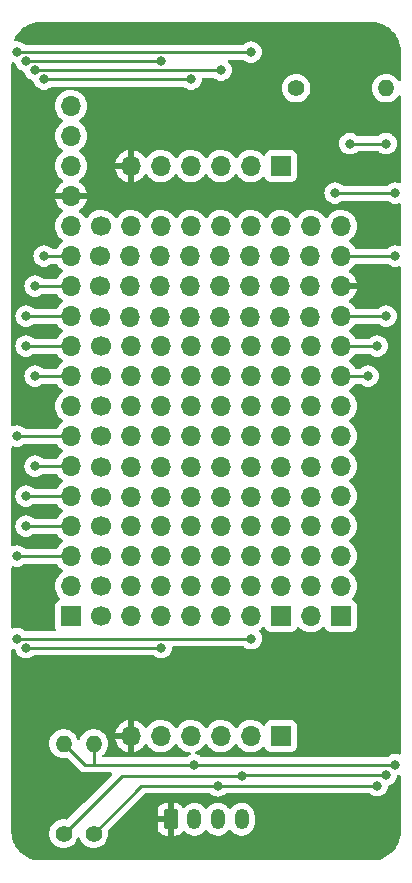
<source format=gbr>
%TF.GenerationSoftware,KiCad,Pcbnew,(6.0.8)*%
%TF.CreationDate,2022-10-21T13:47:48-04:00*%
%TF.ProjectId,firebeetle-shield,66697265-6265-4657-946c-652d73686965,v2*%
%TF.SameCoordinates,Original*%
%TF.FileFunction,Copper,L1,Top*%
%TF.FilePolarity,Positive*%
%FSLAX46Y46*%
G04 Gerber Fmt 4.6, Leading zero omitted, Abs format (unit mm)*
G04 Created by KiCad (PCBNEW (6.0.8)) date 2022-10-21 13:47:48*
%MOMM*%
%LPD*%
G01*
G04 APERTURE LIST*
G04 Aperture macros list*
%AMRoundRect*
0 Rectangle with rounded corners*
0 $1 Rounding radius*
0 $2 $3 $4 $5 $6 $7 $8 $9 X,Y pos of 4 corners*
0 Add a 4 corners polygon primitive as box body*
4,1,4,$2,$3,$4,$5,$6,$7,$8,$9,$2,$3,0*
0 Add four circle primitives for the rounded corners*
1,1,$1+$1,$2,$3*
1,1,$1+$1,$4,$5*
1,1,$1+$1,$6,$7*
1,1,$1+$1,$8,$9*
0 Add four rect primitives between the rounded corners*
20,1,$1+$1,$2,$3,$4,$5,0*
20,1,$1+$1,$4,$5,$6,$7,0*
20,1,$1+$1,$6,$7,$8,$9,0*
20,1,$1+$1,$8,$9,$2,$3,0*%
G04 Aperture macros list end*
%TA.AperFunction,ComponentPad*%
%ADD10RoundRect,0.250000X-0.350000X-0.625000X0.350000X-0.625000X0.350000X0.625000X-0.350000X0.625000X0*%
%TD*%
%TA.AperFunction,ComponentPad*%
%ADD11O,1.200000X1.750000*%
%TD*%
%TA.AperFunction,ComponentPad*%
%ADD12C,1.400000*%
%TD*%
%TA.AperFunction,ComponentPad*%
%ADD13O,1.400000X1.400000*%
%TD*%
%TA.AperFunction,ComponentPad*%
%ADD14C,1.700000*%
%TD*%
%TA.AperFunction,ComponentPad*%
%ADD15O,1.700000X1.700000*%
%TD*%
%TA.AperFunction,ComponentPad*%
%ADD16R,1.700000X1.700000*%
%TD*%
%TA.AperFunction,ViaPad*%
%ADD17C,0.800000*%
%TD*%
%TA.AperFunction,Conductor*%
%ADD18C,0.250000*%
%TD*%
G04 APERTURE END LIST*
D10*
%TO.P,J4,1,Pin_1*%
%TO.N,GND*%
X112000000Y-167102000D03*
D11*
%TO.P,J4,2,Pin_2*%
%TO.N,3V3*%
X114000000Y-167102000D03*
%TO.P,J4,3,Pin_3*%
%TO.N,SDA1*%
X116000000Y-167102000D03*
%TO.P,J4,4,Pin_4*%
%TO.N,SCL1*%
X118000000Y-167102000D03*
%TD*%
D12*
%TO.P,R1,1*%
%TO.N,SD Switch*%
X122620000Y-105198000D03*
D13*
%TO.P,R1,2*%
%TO.N,Net-(JP2-Pad1)*%
X130240000Y-105198000D03*
%TD*%
D14*
%TO.P,REF\u002A\u002A,1*%
%TO.N,N/C*%
X106051342Y-119422000D03*
X106051342Y-124573143D03*
X106110000Y-127042000D03*
X106051342Y-121962000D03*
X106069092Y-129582000D03*
X106069092Y-139786031D03*
X106069092Y-144822000D03*
X106069092Y-147370322D03*
X106069092Y-137237709D03*
X106110000Y-116882000D03*
X106110000Y-149902000D03*
X106069092Y-142282000D03*
X106069092Y-134662000D03*
X106069092Y-132122000D03*
D15*
%TO.P,REF\u002A\u002A,2*%
X108609092Y-144822000D03*
X108609092Y-139786031D03*
X108650000Y-127042000D03*
X108609092Y-132122000D03*
X108591342Y-121962000D03*
X108609092Y-134662000D03*
X108609092Y-129582000D03*
X108609092Y-147370322D03*
X108591342Y-124573143D03*
X108609092Y-142282000D03*
X108650000Y-116882000D03*
X108609092Y-137237709D03*
X108650000Y-149902000D03*
X108591342Y-119422000D03*
%TO.P,REF\u002A\u002A,3*%
X111149092Y-132122000D03*
X111149092Y-142282000D03*
X111149092Y-139786031D03*
X111131342Y-124573143D03*
X111131342Y-121962000D03*
X111149092Y-137237709D03*
X111131342Y-119422000D03*
X111190000Y-127042000D03*
X111190000Y-149902000D03*
X111149092Y-129582000D03*
X111149092Y-134662000D03*
X111149092Y-144822000D03*
X111149092Y-147370322D03*
X111190000Y-116882000D03*
%TO.P,REF\u002A\u002A,4*%
X113730000Y-116882000D03*
X113671342Y-121962000D03*
X113671342Y-119422000D03*
X113730000Y-127042000D03*
X113689092Y-129582000D03*
X113689092Y-144822000D03*
X113689092Y-134662000D03*
X113671342Y-124573143D03*
X113730000Y-149902000D03*
X113689092Y-139786031D03*
X113689092Y-137237709D03*
X113689092Y-132122000D03*
X113689092Y-142282000D03*
X113689092Y-147370322D03*
%TO.P,REF\u002A\u002A,5*%
X116229092Y-132122000D03*
X116229092Y-144822000D03*
X116211342Y-124573143D03*
X116270000Y-116882000D03*
X116270000Y-127042000D03*
X116270000Y-149902000D03*
X116229092Y-129582000D03*
X116229092Y-137237709D03*
X116229092Y-142282000D03*
X116229092Y-134662000D03*
X116211342Y-119422000D03*
X116229092Y-139786031D03*
X116229092Y-147370322D03*
X116211342Y-121962000D03*
%TO.P,REF\u002A\u002A,6*%
X118769092Y-129582000D03*
X118769092Y-147370322D03*
X118769092Y-132122000D03*
X118751342Y-119422000D03*
X118769092Y-134662000D03*
X118769092Y-139786031D03*
X118751342Y-124573143D03*
X118769092Y-137237709D03*
X118810000Y-127042000D03*
X118751342Y-121962000D03*
X118769092Y-144822000D03*
X118810000Y-116882000D03*
X118810000Y-149902000D03*
X118769092Y-142282000D03*
%TO.P,REF\u002A\u002A,7*%
X121309092Y-144822000D03*
X121309092Y-142282000D03*
D16*
%TO.N,32K*%
X121350000Y-149902000D03*
D15*
%TO.N,N/C*%
X121291342Y-121962000D03*
X121350000Y-116882000D03*
X121309092Y-132122000D03*
X121309092Y-134662000D03*
X121291342Y-124573143D03*
X121309092Y-129582000D03*
X121291342Y-119422000D03*
X121309092Y-139786031D03*
X121350000Y-127042000D03*
X121309092Y-137237709D03*
X121309092Y-147370322D03*
%TO.P,REF\u002A\u002A,8*%
X123849092Y-129582000D03*
X123890000Y-127042000D03*
X123849092Y-144822000D03*
X123849092Y-142282000D03*
X123831342Y-124573143D03*
X123890000Y-116882000D03*
X123849092Y-134662000D03*
X123849092Y-132122000D03*
X123849092Y-139786031D03*
X123849092Y-137237709D03*
X123831342Y-119422000D03*
X123849092Y-147370322D03*
X123831342Y-121962000D03*
X123890000Y-149902000D03*
%TD*%
D16*
%TO.P,J3,1,Pin_1*%
%TO.N,Net-(J3-Pad1)*%
X121350000Y-111802000D03*
D15*
%TO.P,J3,2,Pin_2*%
%TO.N,CS*%
X118810000Y-111802000D03*
%TO.P,J3,3,Pin_3*%
%TO.N,MOSI*%
X116270000Y-111802000D03*
%TO.P,J3,4,Pin_4*%
%TO.N,SCK*%
X113730000Y-111802000D03*
%TO.P,J3,5,Pin_5*%
%TO.N,MISO*%
X111190000Y-111802000D03*
%TO.P,J3,6,Pin_6*%
%TO.N,GND*%
X108650000Y-111802000D03*
%TD*%
D12*
%TO.P,R2,1*%
%TO.N,SDA1*%
X105475000Y-168317000D03*
D13*
%TO.P,R2,2*%
%TO.N,3V3*%
X105475000Y-160697000D03*
%TD*%
D12*
%TO.P,R3,1*%
%TO.N,SCL1*%
X102935000Y-168317000D03*
D13*
%TO.P,R3,2*%
%TO.N,3V3*%
X102935000Y-160697000D03*
%TD*%
D16*
%TO.P,J5,1,Pin_1*%
%TO.N,Net-(J5-Pad1)*%
X121350000Y-160062000D03*
D15*
%TO.P,J5,2,Pin_2*%
%TO.N,SQW*%
X118810000Y-160062000D03*
%TO.P,J5,3,Pin_3*%
%TO.N,SCL1*%
X116270000Y-160062000D03*
%TO.P,J5,4,Pin_4*%
%TO.N,SDA1*%
X113730000Y-160062000D03*
%TO.P,J5,5,Pin_5*%
%TO.N,RTC VCC*%
X111190000Y-160062000D03*
%TO.P,J5,6,Pin_6*%
%TO.N,GND*%
X108650000Y-160062000D03*
%TD*%
D16*
%TO.P,J2,1,RX*%
%TO.N,unconnected-(J2-Pad1)*%
X103570000Y-149902000D03*
D15*
%TO.P,J2,2,TX*%
%TO.N,unconnected-(J2-Pad2)*%
X103570000Y-147362000D03*
%TO.P,J2,3,D2*%
%TO.N,SQW*%
X103570000Y-144822000D03*
%TO.P,J2,4,D3*%
%TO.N,RTC VCC*%
X103570000Y-142282000D03*
%TO.P,J2,5,D5*%
%TO.N,SCL2*%
X103570000Y-139742000D03*
%TO.P,J2,6,D6*%
%TO.N,SDA2*%
X103570000Y-137202000D03*
%TO.P,J2,7,D7*%
%TO.N,CS*%
X103570000Y-134662000D03*
%TO.P,J2,8,D9*%
%TO.N,unconnected-(J2-Pad8)*%
X103570000Y-132122000D03*
%TO.P,J2,9,SDA*%
%TO.N,SDA2*%
X103570000Y-129582000D03*
%TO.P,J2,10,SCL*%
%TO.N,SCL2*%
X103570000Y-127042000D03*
%TO.P,J2,11,MISO*%
%TO.N,MISO*%
X103570000Y-124502000D03*
%TO.P,J2,12,MOSI*%
%TO.N,MOSI*%
X103570000Y-121962000D03*
%TO.P,J2,13,SCK*%
%TO.N,SCK*%
X103570000Y-119422000D03*
%TO.P,J2,14,EN*%
%TO.N,unconnected-(J2-Pad14)*%
X103570000Y-116882000D03*
%TO.P,J2,15,GND*%
%TO.N,GND*%
X103570000Y-114342000D03*
%TO.P,J2,16,NC*%
%TO.N,unconnected-(J2-Pad16)*%
X103570000Y-111802000D03*
%TO.P,J2,17,3V3*%
%TO.N,unconnected-(J2-Pad17)*%
X103570000Y-109262000D03*
%TO.P,J2,18,RST*%
%TO.N,unconnected-(J2-Pad18)*%
X103570000Y-106722000D03*
%TD*%
D16*
%TO.P,J1,1,D10*%
%TO.N,unconnected-(J1-Pad1)*%
X126430000Y-149902000D03*
D15*
%TO.P,J1,2,D11*%
%TO.N,unconnected-(J1-Pad2)*%
X126430000Y-147362000D03*
%TO.P,J1,3,D12*%
%TO.N,unconnected-(J1-Pad3)*%
X126430000Y-144822000D03*
%TO.P,J1,4,D13*%
%TO.N,unconnected-(J1-Pad4)*%
X126430000Y-142282000D03*
%TO.P,J1,5,A0*%
%TO.N,unconnected-(J1-Pad5)*%
X126430000Y-139742000D03*
%TO.P,J1,6,A1*%
%TO.N,unconnected-(J1-Pad6)*%
X126430000Y-137202000D03*
%TO.P,J1,7,A2*%
%TO.N,unconnected-(J1-Pad7)*%
X126430000Y-134662000D03*
%TO.P,J1,8,A3*%
%TO.N,unconnected-(J1-Pad8)*%
X126430000Y-132122000D03*
%TO.P,J1,9,A4*%
%TO.N,SD Switch*%
X126430000Y-129582000D03*
%TO.P,J1,10,SDA*%
%TO.N,SDA1*%
X126430000Y-127042000D03*
%TO.P,J1,11,SCL*%
%TO.N,SCL1*%
X126430000Y-124502000D03*
%TO.P,J1,12,GND*%
%TO.N,GND*%
X126430000Y-121962000D03*
%TO.P,J1,13,3V3*%
%TO.N,3V3*%
X126430000Y-119422000D03*
%TO.P,J1,14,VCC*%
%TO.N,unconnected-(J1-Pad14)*%
X126430000Y-116882000D03*
%TD*%
D17*
%TO.N,SDA1*%
X129478000Y-164253000D03*
X129478000Y-127042000D03*
X116000000Y-164269000D03*
%TO.N,SCL1*%
X118000000Y-163412000D03*
X130240000Y-163364000D03*
X130240000Y-124502000D03*
%TO.N,MOSI*%
X100522000Y-121962000D03*
X116270000Y-103674000D03*
X100522000Y-103674000D03*
%TO.N,MISO*%
X99760000Y-102912000D03*
X99760000Y-124502000D03*
X111190000Y-102912000D03*
%TO.N,GND*%
X115000000Y-114951600D03*
X129732000Y-112691000D03*
X126176000Y-156379000D03*
X101284000Y-148632000D03*
X101284000Y-141012000D03*
X100522000Y-160062000D03*
%TO.N,3V3*%
X131002000Y-119422000D03*
X114000000Y-162491000D03*
X131002000Y-162475000D03*
X125922000Y-114088000D03*
X131002000Y-114088000D03*
%TO.N,SCK*%
X101284000Y-119422000D03*
X101284000Y-104436000D03*
X113730000Y-104436000D03*
%TO.N,CS*%
X118810000Y-102150000D03*
X98998000Y-134662000D03*
X98998000Y-102150000D03*
%TO.N,SD Switch*%
X128716000Y-129582000D03*
%TO.N,SQW*%
X98998000Y-151807000D03*
X118810000Y-151807000D03*
X98998000Y-144822000D03*
%TO.N,RTC VCC*%
X111190000Y-152569000D03*
X99760000Y-142282000D03*
X99760000Y-152569000D03*
%TO.N,Net-(JP2-Pad1)*%
X130240000Y-109897000D03*
X127185000Y-109904000D03*
%TO.N,SCL2*%
X99760000Y-127042000D03*
X99760000Y-139742000D03*
%TO.N,SDA2*%
X100522000Y-129582000D03*
X100522000Y-137202000D03*
%TD*%
D18*
%TO.N,SDA1*%
X129478000Y-164253000D02*
X116016000Y-164253000D01*
X109523000Y-164269000D02*
X105475000Y-168317000D01*
X116016000Y-164253000D02*
X116000000Y-164269000D01*
X116000000Y-164269000D02*
X109523000Y-164269000D01*
X129478000Y-127042000D02*
X126430000Y-127042000D01*
%TO.N,SCL1*%
X130240000Y-124502000D02*
X126430000Y-124502000D01*
X118048000Y-163364000D02*
X118000000Y-163412000D01*
X107840000Y-163412000D02*
X102935000Y-168317000D01*
X118000000Y-163412000D02*
X107840000Y-163412000D01*
X130240000Y-163364000D02*
X118048000Y-163364000D01*
%TO.N,MOSI*%
X100522000Y-103674000D02*
X116270000Y-103674000D01*
X103570000Y-121962000D02*
X100522000Y-121962000D01*
%TO.N,MISO*%
X99760000Y-102912000D02*
X111190000Y-102912000D01*
X103570000Y-124502000D02*
X99760000Y-124502000D01*
%TO.N,3V3*%
X131002000Y-114088000D02*
X125922000Y-114088000D01*
X105475000Y-160697000D02*
X105475000Y-162380000D01*
X102935000Y-160697000D02*
X104729000Y-162491000D01*
X114016000Y-162475000D02*
X114000000Y-162491000D01*
X131002000Y-119422000D02*
X126430000Y-119422000D01*
X104729000Y-162491000D02*
X105586000Y-162491000D01*
X105475000Y-162380000D02*
X105586000Y-162491000D01*
X105586000Y-162491000D02*
X114000000Y-162491000D01*
X131002000Y-162475000D02*
X114016000Y-162475000D01*
%TO.N,SCK*%
X103570000Y-119422000D02*
X101284000Y-119422000D01*
X101284000Y-104436000D02*
X113730000Y-104436000D01*
%TO.N,CS*%
X98998000Y-102150000D02*
X118810000Y-102150000D01*
X98998000Y-134662000D02*
X103570000Y-134662000D01*
%TO.N,SD Switch*%
X126430000Y-129582000D02*
X128716000Y-129582000D01*
%TO.N,SQW*%
X118810000Y-151807000D02*
X98998000Y-151807000D01*
X103570000Y-144822000D02*
X98998000Y-144822000D01*
%TO.N,RTC VCC*%
X99760000Y-142282000D02*
X103570000Y-142282000D01*
X111190000Y-152569000D02*
X99760000Y-152569000D01*
%TO.N,Net-(JP2-Pad1)*%
X130240000Y-109897000D02*
X127192000Y-109897000D01*
X127192000Y-109897000D02*
X127185000Y-109904000D01*
%TO.N,SCL2*%
X103570000Y-139742000D02*
X99760000Y-139742000D01*
X103570000Y-127042000D02*
X99760000Y-127042000D01*
%TO.N,SDA2*%
X103570000Y-137202000D02*
X100522000Y-137202000D01*
X103570000Y-129582000D02*
X100522000Y-129582000D01*
%TD*%
%TA.AperFunction,Conductor*%
%TO.N,GND*%
G36*
X130361921Y-120075502D02*
G01*
X130381147Y-120091843D01*
X130381420Y-120091540D01*
X130386332Y-120095963D01*
X130390747Y-120100866D01*
X130545248Y-120213118D01*
X130551276Y-120215802D01*
X130551278Y-120215803D01*
X130713677Y-120288107D01*
X130719712Y-120290794D01*
X130806009Y-120309137D01*
X130900056Y-120329128D01*
X130900061Y-120329128D01*
X130906513Y-120330500D01*
X131097487Y-120330500D01*
X131103939Y-120329128D01*
X131103944Y-120329128D01*
X131197991Y-120309137D01*
X131284288Y-120290794D01*
X131292003Y-120287359D01*
X131314252Y-120277454D01*
X131384619Y-120268020D01*
X131448916Y-120298127D01*
X131486729Y-120358217D01*
X131491500Y-120392561D01*
X131491500Y-161504439D01*
X131471498Y-161572560D01*
X131417842Y-161619053D01*
X131347568Y-161629157D01*
X131314252Y-161619546D01*
X131290323Y-161608893D01*
X131284288Y-161606206D01*
X131172761Y-161582500D01*
X131103944Y-161567872D01*
X131103939Y-161567872D01*
X131097487Y-161566500D01*
X130906513Y-161566500D01*
X130900061Y-161567872D01*
X130900056Y-161567872D01*
X130831239Y-161582500D01*
X130719712Y-161606206D01*
X130713682Y-161608891D01*
X130713681Y-161608891D01*
X130551278Y-161681197D01*
X130551276Y-161681198D01*
X130545248Y-161683882D01*
X130539907Y-161687762D01*
X130539906Y-161687763D01*
X130461906Y-161744434D01*
X130390747Y-161796134D01*
X130386332Y-161801037D01*
X130381420Y-161805460D01*
X130380295Y-161804211D01*
X130326986Y-161837051D01*
X130293800Y-161841500D01*
X114691203Y-161841500D01*
X114623082Y-161821498D01*
X114612210Y-161813196D01*
X114611253Y-161812134D01*
X114518072Y-161744434D01*
X114462094Y-161703763D01*
X114462093Y-161703762D01*
X114456752Y-161699882D01*
X114450724Y-161697198D01*
X114450722Y-161697197D01*
X114288319Y-161624891D01*
X114288318Y-161624891D01*
X114282288Y-161622206D01*
X114275827Y-161620833D01*
X114275822Y-161620831D01*
X114164124Y-161597088D01*
X114101650Y-161563360D01*
X114067329Y-161501211D01*
X114072057Y-161430372D01*
X114114333Y-161373334D01*
X114154113Y-161353157D01*
X114175333Y-161346790D01*
X114222426Y-161332662D01*
X114222432Y-161332660D01*
X114227384Y-161331174D01*
X114427994Y-161232896D01*
X114609860Y-161103173D01*
X114768096Y-160945489D01*
X114898453Y-160764077D01*
X114899776Y-160765028D01*
X114946645Y-160721857D01*
X115016580Y-160709625D01*
X115082026Y-160737144D01*
X115109875Y-160768994D01*
X115169987Y-160867088D01*
X115316250Y-161035938D01*
X115488126Y-161178632D01*
X115681000Y-161291338D01*
X115889692Y-161371030D01*
X115894760Y-161372061D01*
X115894763Y-161372062D01*
X115989862Y-161391410D01*
X116108597Y-161415567D01*
X116113772Y-161415757D01*
X116113774Y-161415757D01*
X116326673Y-161423564D01*
X116326677Y-161423564D01*
X116331837Y-161423753D01*
X116336957Y-161423097D01*
X116336959Y-161423097D01*
X116548288Y-161396025D01*
X116548289Y-161396025D01*
X116553416Y-161395368D01*
X116558366Y-161393883D01*
X116762429Y-161332661D01*
X116762434Y-161332659D01*
X116767384Y-161331174D01*
X116967994Y-161232896D01*
X117149860Y-161103173D01*
X117308096Y-160945489D01*
X117438453Y-160764077D01*
X117439776Y-160765028D01*
X117486645Y-160721857D01*
X117556580Y-160709625D01*
X117622026Y-160737144D01*
X117649875Y-160768994D01*
X117709987Y-160867088D01*
X117856250Y-161035938D01*
X118028126Y-161178632D01*
X118221000Y-161291338D01*
X118429692Y-161371030D01*
X118434760Y-161372061D01*
X118434763Y-161372062D01*
X118529862Y-161391410D01*
X118648597Y-161415567D01*
X118653772Y-161415757D01*
X118653774Y-161415757D01*
X118866673Y-161423564D01*
X118866677Y-161423564D01*
X118871837Y-161423753D01*
X118876957Y-161423097D01*
X118876959Y-161423097D01*
X119088288Y-161396025D01*
X119088289Y-161396025D01*
X119093416Y-161395368D01*
X119098366Y-161393883D01*
X119302429Y-161332661D01*
X119302434Y-161332659D01*
X119307384Y-161331174D01*
X119507994Y-161232896D01*
X119689860Y-161103173D01*
X119798091Y-160995319D01*
X119860462Y-160961404D01*
X119931268Y-160966592D01*
X119988030Y-161009238D01*
X120005012Y-161040341D01*
X120049385Y-161158705D01*
X120136739Y-161275261D01*
X120253295Y-161362615D01*
X120389684Y-161413745D01*
X120451866Y-161420500D01*
X122248134Y-161420500D01*
X122310316Y-161413745D01*
X122446705Y-161362615D01*
X122563261Y-161275261D01*
X122650615Y-161158705D01*
X122701745Y-161022316D01*
X122708500Y-160960134D01*
X122708500Y-159163866D01*
X122701745Y-159101684D01*
X122650615Y-158965295D01*
X122563261Y-158848739D01*
X122446705Y-158761385D01*
X122310316Y-158710255D01*
X122248134Y-158703500D01*
X120451866Y-158703500D01*
X120389684Y-158710255D01*
X120253295Y-158761385D01*
X120136739Y-158848739D01*
X120049385Y-158965295D01*
X120046233Y-158973703D01*
X120004919Y-159083907D01*
X119962277Y-159140671D01*
X119895716Y-159165371D01*
X119826367Y-159150163D01*
X119793743Y-159124476D01*
X119743151Y-159068875D01*
X119743142Y-159068866D01*
X119739670Y-159065051D01*
X119735619Y-159061852D01*
X119735615Y-159061848D01*
X119568414Y-158929800D01*
X119568410Y-158929798D01*
X119564359Y-158926598D01*
X119528028Y-158906542D01*
X119512136Y-158897769D01*
X119368789Y-158818638D01*
X119363920Y-158816914D01*
X119363916Y-158816912D01*
X119163087Y-158745795D01*
X119163083Y-158745794D01*
X119158212Y-158744069D01*
X119153119Y-158743162D01*
X119153116Y-158743161D01*
X118943373Y-158705800D01*
X118943367Y-158705799D01*
X118938284Y-158704894D01*
X118864452Y-158703992D01*
X118720081Y-158702228D01*
X118720079Y-158702228D01*
X118714911Y-158702165D01*
X118494091Y-158735955D01*
X118281756Y-158805357D01*
X118083607Y-158908507D01*
X118079474Y-158911610D01*
X118079471Y-158911612D01*
X117909100Y-159039530D01*
X117904965Y-159042635D01*
X117879541Y-159069240D01*
X117811280Y-159140671D01*
X117750629Y-159204138D01*
X117643201Y-159361621D01*
X117588293Y-159406621D01*
X117517768Y-159414792D01*
X117454021Y-159383538D01*
X117433324Y-159359054D01*
X117352822Y-159234617D01*
X117352820Y-159234614D01*
X117350014Y-159230277D01*
X117199670Y-159065051D01*
X117195619Y-159061852D01*
X117195615Y-159061848D01*
X117028414Y-158929800D01*
X117028410Y-158929798D01*
X117024359Y-158926598D01*
X116988028Y-158906542D01*
X116972136Y-158897769D01*
X116828789Y-158818638D01*
X116823920Y-158816914D01*
X116823916Y-158816912D01*
X116623087Y-158745795D01*
X116623083Y-158745794D01*
X116618212Y-158744069D01*
X116613119Y-158743162D01*
X116613116Y-158743161D01*
X116403373Y-158705800D01*
X116403367Y-158705799D01*
X116398284Y-158704894D01*
X116324452Y-158703992D01*
X116180081Y-158702228D01*
X116180079Y-158702228D01*
X116174911Y-158702165D01*
X115954091Y-158735955D01*
X115741756Y-158805357D01*
X115543607Y-158908507D01*
X115539474Y-158911610D01*
X115539471Y-158911612D01*
X115369100Y-159039530D01*
X115364965Y-159042635D01*
X115339541Y-159069240D01*
X115271280Y-159140671D01*
X115210629Y-159204138D01*
X115103201Y-159361621D01*
X115048293Y-159406621D01*
X114977768Y-159414792D01*
X114914021Y-159383538D01*
X114893324Y-159359054D01*
X114812822Y-159234617D01*
X114812820Y-159234614D01*
X114810014Y-159230277D01*
X114659670Y-159065051D01*
X114655619Y-159061852D01*
X114655615Y-159061848D01*
X114488414Y-158929800D01*
X114488410Y-158929798D01*
X114484359Y-158926598D01*
X114448028Y-158906542D01*
X114432136Y-158897769D01*
X114288789Y-158818638D01*
X114283920Y-158816914D01*
X114283916Y-158816912D01*
X114083087Y-158745795D01*
X114083083Y-158745794D01*
X114078212Y-158744069D01*
X114073119Y-158743162D01*
X114073116Y-158743161D01*
X113863373Y-158705800D01*
X113863367Y-158705799D01*
X113858284Y-158704894D01*
X113784452Y-158703992D01*
X113640081Y-158702228D01*
X113640079Y-158702228D01*
X113634911Y-158702165D01*
X113414091Y-158735955D01*
X113201756Y-158805357D01*
X113003607Y-158908507D01*
X112999474Y-158911610D01*
X112999471Y-158911612D01*
X112829100Y-159039530D01*
X112824965Y-159042635D01*
X112799541Y-159069240D01*
X112731280Y-159140671D01*
X112670629Y-159204138D01*
X112563201Y-159361621D01*
X112508293Y-159406621D01*
X112437768Y-159414792D01*
X112374021Y-159383538D01*
X112353324Y-159359054D01*
X112272822Y-159234617D01*
X112272820Y-159234614D01*
X112270014Y-159230277D01*
X112119670Y-159065051D01*
X112115619Y-159061852D01*
X112115615Y-159061848D01*
X111948414Y-158929800D01*
X111948410Y-158929798D01*
X111944359Y-158926598D01*
X111908028Y-158906542D01*
X111892136Y-158897769D01*
X111748789Y-158818638D01*
X111743920Y-158816914D01*
X111743916Y-158816912D01*
X111543087Y-158745795D01*
X111543083Y-158745794D01*
X111538212Y-158744069D01*
X111533119Y-158743162D01*
X111533116Y-158743161D01*
X111323373Y-158705800D01*
X111323367Y-158705799D01*
X111318284Y-158704894D01*
X111244452Y-158703992D01*
X111100081Y-158702228D01*
X111100079Y-158702228D01*
X111094911Y-158702165D01*
X110874091Y-158735955D01*
X110661756Y-158805357D01*
X110463607Y-158908507D01*
X110459474Y-158911610D01*
X110459471Y-158911612D01*
X110289100Y-159039530D01*
X110284965Y-159042635D01*
X110259541Y-159069240D01*
X110191280Y-159140671D01*
X110130629Y-159204138D01*
X110127720Y-159208403D01*
X110127714Y-159208411D01*
X110115404Y-159226457D01*
X110023204Y-159361618D01*
X110022898Y-159362066D01*
X109967987Y-159407069D01*
X109897462Y-159415240D01*
X109833715Y-159383986D01*
X109813018Y-159359502D01*
X109732426Y-159234926D01*
X109726136Y-159226757D01*
X109582806Y-159069240D01*
X109575273Y-159062215D01*
X109408139Y-158930222D01*
X109399552Y-158924517D01*
X109213117Y-158821599D01*
X109203705Y-158817369D01*
X109002959Y-158746280D01*
X108992988Y-158743646D01*
X108921837Y-158730972D01*
X108908540Y-158732432D01*
X108904000Y-158746989D01*
X108904000Y-161380517D01*
X108908064Y-161394359D01*
X108921478Y-161396393D01*
X108928184Y-161395534D01*
X108938262Y-161393392D01*
X109142255Y-161332191D01*
X109151842Y-161328433D01*
X109343095Y-161234739D01*
X109351945Y-161229464D01*
X109525328Y-161105792D01*
X109533200Y-161099139D01*
X109684052Y-160948812D01*
X109690730Y-160940965D01*
X109818022Y-160763819D01*
X109819279Y-160764722D01*
X109866373Y-160721362D01*
X109936311Y-160709145D01*
X110001751Y-160736678D01*
X110029579Y-160768511D01*
X110089987Y-160867088D01*
X110236250Y-161035938D01*
X110408126Y-161178632D01*
X110601000Y-161291338D01*
X110809692Y-161371030D01*
X110814760Y-161372061D01*
X110814763Y-161372062D01*
X110909862Y-161391410D01*
X111028597Y-161415567D01*
X111033772Y-161415757D01*
X111033774Y-161415757D01*
X111246673Y-161423564D01*
X111246677Y-161423564D01*
X111251837Y-161423753D01*
X111256957Y-161423097D01*
X111256959Y-161423097D01*
X111468288Y-161396025D01*
X111468289Y-161396025D01*
X111473416Y-161395368D01*
X111478366Y-161393883D01*
X111682429Y-161332661D01*
X111682434Y-161332659D01*
X111687384Y-161331174D01*
X111887994Y-161232896D01*
X112069860Y-161103173D01*
X112228096Y-160945489D01*
X112358453Y-160764077D01*
X112359776Y-160765028D01*
X112406645Y-160721857D01*
X112476580Y-160709625D01*
X112542026Y-160737144D01*
X112569875Y-160768994D01*
X112629987Y-160867088D01*
X112776250Y-161035938D01*
X112948126Y-161178632D01*
X113141000Y-161291338D01*
X113349692Y-161371030D01*
X113354760Y-161372061D01*
X113354763Y-161372062D01*
X113449862Y-161391410D01*
X113568597Y-161415567D01*
X113573772Y-161415757D01*
X113573774Y-161415757D01*
X113591934Y-161416423D01*
X113659276Y-161438909D01*
X113703770Y-161494232D01*
X113711291Y-161564830D01*
X113679451Y-161628286D01*
X113638563Y-161657445D01*
X113549281Y-161697195D01*
X113549274Y-161697199D01*
X113543248Y-161699882D01*
X113537907Y-161703762D01*
X113537906Y-161703763D01*
X113481928Y-161744434D01*
X113388747Y-161812134D01*
X113384332Y-161817037D01*
X113379420Y-161821460D01*
X113378295Y-161820211D01*
X113324986Y-161853051D01*
X113291800Y-161857500D01*
X106324210Y-161857500D01*
X106256089Y-161837498D01*
X106209596Y-161783842D01*
X106199492Y-161713568D01*
X106228986Y-161648988D01*
X106246341Y-161633335D01*
X106246054Y-161632993D01*
X106250264Y-161629460D01*
X106254776Y-161626301D01*
X106404301Y-161476776D01*
X106525589Y-161303558D01*
X106531288Y-161291338D01*
X106612633Y-161116892D01*
X106612634Y-161116891D01*
X106614956Y-161111910D01*
X106616596Y-161105792D01*
X106668262Y-160912970D01*
X106668262Y-160912968D01*
X106669686Y-160907655D01*
X106688116Y-160697000D01*
X106669686Y-160486345D01*
X106628896Y-160334115D01*
X106627784Y-160329966D01*
X107318257Y-160329966D01*
X107348565Y-160464446D01*
X107351645Y-160474275D01*
X107431770Y-160671603D01*
X107436413Y-160680794D01*
X107547694Y-160862388D01*
X107553777Y-160870699D01*
X107693213Y-161031667D01*
X107700580Y-161038883D01*
X107864434Y-161174916D01*
X107872881Y-161180831D01*
X108056756Y-161288279D01*
X108066042Y-161292729D01*
X108265001Y-161368703D01*
X108274899Y-161371579D01*
X108378250Y-161392606D01*
X108392299Y-161391410D01*
X108396000Y-161381065D01*
X108396000Y-160334115D01*
X108391525Y-160318876D01*
X108390135Y-160317671D01*
X108382452Y-160316000D01*
X107333225Y-160316000D01*
X107319694Y-160319973D01*
X107318257Y-160329966D01*
X106627784Y-160329966D01*
X106616379Y-160287400D01*
X106616378Y-160287398D01*
X106614956Y-160282090D01*
X106525589Y-160090442D01*
X106404301Y-159917224D01*
X106283260Y-159796183D01*
X107314389Y-159796183D01*
X107315912Y-159804607D01*
X107328292Y-159808000D01*
X108377885Y-159808000D01*
X108393124Y-159803525D01*
X108394329Y-159802135D01*
X108396000Y-159794452D01*
X108396000Y-158745102D01*
X108392082Y-158731758D01*
X108377806Y-158729771D01*
X108339324Y-158735660D01*
X108329288Y-158738051D01*
X108126868Y-158804212D01*
X108117359Y-158808209D01*
X107928463Y-158906542D01*
X107919738Y-158912036D01*
X107749433Y-159039905D01*
X107741726Y-159046748D01*
X107594590Y-159200717D01*
X107588104Y-159208727D01*
X107468098Y-159384649D01*
X107463000Y-159393623D01*
X107373338Y-159586783D01*
X107369775Y-159596470D01*
X107314389Y-159796183D01*
X106283260Y-159796183D01*
X106254776Y-159767699D01*
X106081558Y-159646411D01*
X106076580Y-159644090D01*
X106076577Y-159644088D01*
X105894892Y-159559367D01*
X105894891Y-159559366D01*
X105889910Y-159557044D01*
X105884602Y-159555622D01*
X105884600Y-159555621D01*
X105690970Y-159503738D01*
X105690968Y-159503738D01*
X105685655Y-159502314D01*
X105475000Y-159483884D01*
X105264345Y-159502314D01*
X105259032Y-159503738D01*
X105259030Y-159503738D01*
X105065400Y-159555621D01*
X105065398Y-159555622D01*
X105060090Y-159557044D01*
X105055109Y-159559366D01*
X105055108Y-159559367D01*
X104873423Y-159644088D01*
X104873420Y-159644090D01*
X104868442Y-159646411D01*
X104695224Y-159767699D01*
X104545699Y-159917224D01*
X104424411Y-160090442D01*
X104335044Y-160282090D01*
X104333622Y-160287398D01*
X104333621Y-160287400D01*
X104326707Y-160313204D01*
X104289755Y-160373827D01*
X104225894Y-160404848D01*
X104155400Y-160396420D01*
X104100653Y-160351217D01*
X104083293Y-160313204D01*
X104076379Y-160287400D01*
X104076378Y-160287398D01*
X104074956Y-160282090D01*
X103985589Y-160090442D01*
X103864301Y-159917224D01*
X103714776Y-159767699D01*
X103541558Y-159646411D01*
X103536580Y-159644090D01*
X103536577Y-159644088D01*
X103354892Y-159559367D01*
X103354891Y-159559366D01*
X103349910Y-159557044D01*
X103344602Y-159555622D01*
X103344600Y-159555621D01*
X103150970Y-159503738D01*
X103150968Y-159503738D01*
X103145655Y-159502314D01*
X102935000Y-159483884D01*
X102724345Y-159502314D01*
X102719032Y-159503738D01*
X102719030Y-159503738D01*
X102525400Y-159555621D01*
X102525398Y-159555622D01*
X102520090Y-159557044D01*
X102515109Y-159559366D01*
X102515108Y-159559367D01*
X102333423Y-159644088D01*
X102333420Y-159644090D01*
X102328442Y-159646411D01*
X102155224Y-159767699D01*
X102005699Y-159917224D01*
X101884411Y-160090442D01*
X101795044Y-160282090D01*
X101793622Y-160287398D01*
X101793621Y-160287400D01*
X101781104Y-160334115D01*
X101740314Y-160486345D01*
X101721884Y-160697000D01*
X101740314Y-160907655D01*
X101741738Y-160912968D01*
X101741738Y-160912970D01*
X101793405Y-161105792D01*
X101795044Y-161111910D01*
X101797366Y-161116891D01*
X101797367Y-161116892D01*
X101878713Y-161291338D01*
X101884411Y-161303558D01*
X102005699Y-161476776D01*
X102155224Y-161626301D01*
X102328442Y-161747589D01*
X102333420Y-161749910D01*
X102333423Y-161749912D01*
X102486940Y-161821498D01*
X102520090Y-161836956D01*
X102525398Y-161838378D01*
X102525400Y-161838379D01*
X102719030Y-161890262D01*
X102719032Y-161890262D01*
X102724345Y-161891686D01*
X102935000Y-161910116D01*
X102940475Y-161909637D01*
X103140184Y-161892165D01*
X103140188Y-161892164D01*
X103145655Y-161891686D01*
X103150961Y-161890264D01*
X103155561Y-161889453D01*
X103226121Y-161897321D01*
X103266538Y-161924443D01*
X104225348Y-162883253D01*
X104232888Y-162891539D01*
X104237000Y-162898018D01*
X104242777Y-162903443D01*
X104286651Y-162944643D01*
X104289493Y-162947398D01*
X104309230Y-162967135D01*
X104312427Y-162969615D01*
X104321447Y-162977318D01*
X104353679Y-163007586D01*
X104360625Y-163011405D01*
X104360628Y-163011407D01*
X104371434Y-163017348D01*
X104387953Y-163028199D01*
X104403959Y-163040614D01*
X104411228Y-163043759D01*
X104411232Y-163043762D01*
X104444537Y-163058174D01*
X104455187Y-163063391D01*
X104493940Y-163084695D01*
X104501615Y-163086666D01*
X104501616Y-163086666D01*
X104513562Y-163089733D01*
X104532267Y-163096137D01*
X104550855Y-163104181D01*
X104558678Y-163105420D01*
X104558688Y-163105423D01*
X104594524Y-163111099D01*
X104606144Y-163113505D01*
X104641289Y-163122528D01*
X104648970Y-163124500D01*
X104669224Y-163124500D01*
X104688934Y-163126051D01*
X104708943Y-163129220D01*
X104716835Y-163128474D01*
X104752961Y-163125059D01*
X104764819Y-163124500D01*
X105526224Y-163124500D01*
X105545934Y-163126051D01*
X105565943Y-163129220D01*
X105573835Y-163128474D01*
X105609961Y-163125059D01*
X105621819Y-163124500D01*
X106927406Y-163124500D01*
X106995527Y-163144502D01*
X107042020Y-163198158D01*
X107052124Y-163268432D01*
X107022630Y-163333012D01*
X107016502Y-163339594D01*
X104641308Y-165714787D01*
X103266538Y-167089557D01*
X103204226Y-167123583D01*
X103155561Y-167124547D01*
X103150961Y-167123736D01*
X103145655Y-167122314D01*
X103140188Y-167121836D01*
X103140184Y-167121835D01*
X102940475Y-167104363D01*
X102935000Y-167103884D01*
X102724345Y-167122314D01*
X102719032Y-167123738D01*
X102719030Y-167123738D01*
X102525400Y-167175621D01*
X102525398Y-167175622D01*
X102520090Y-167177044D01*
X102515109Y-167179366D01*
X102515108Y-167179367D01*
X102333423Y-167264088D01*
X102333420Y-167264090D01*
X102328442Y-167266411D01*
X102155224Y-167387699D01*
X102005699Y-167537224D01*
X101884411Y-167710442D01*
X101795044Y-167902090D01*
X101793622Y-167907398D01*
X101793621Y-167907400D01*
X101757077Y-168043784D01*
X101740314Y-168106345D01*
X101721884Y-168317000D01*
X101740314Y-168527655D01*
X101795044Y-168731910D01*
X101884411Y-168923558D01*
X102005699Y-169096776D01*
X102155224Y-169246301D01*
X102328442Y-169367589D01*
X102333420Y-169369910D01*
X102333423Y-169369912D01*
X102497161Y-169446264D01*
X102520090Y-169456956D01*
X102525398Y-169458378D01*
X102525400Y-169458379D01*
X102719030Y-169510262D01*
X102719032Y-169510262D01*
X102724345Y-169511686D01*
X102935000Y-169530116D01*
X103145655Y-169511686D01*
X103150968Y-169510262D01*
X103150970Y-169510262D01*
X103344600Y-169458379D01*
X103344602Y-169458378D01*
X103349910Y-169456956D01*
X103372839Y-169446264D01*
X103536577Y-169369912D01*
X103536580Y-169369910D01*
X103541558Y-169367589D01*
X103714776Y-169246301D01*
X103864301Y-169096776D01*
X103985589Y-168923558D01*
X104074956Y-168731910D01*
X104083293Y-168700796D01*
X104120245Y-168640173D01*
X104184106Y-168609152D01*
X104254600Y-168617580D01*
X104309347Y-168662783D01*
X104326707Y-168700796D01*
X104335044Y-168731910D01*
X104424411Y-168923558D01*
X104545699Y-169096776D01*
X104695224Y-169246301D01*
X104868442Y-169367589D01*
X104873420Y-169369910D01*
X104873423Y-169369912D01*
X105037161Y-169446264D01*
X105060090Y-169456956D01*
X105065398Y-169458378D01*
X105065400Y-169458379D01*
X105259030Y-169510262D01*
X105259032Y-169510262D01*
X105264345Y-169511686D01*
X105475000Y-169530116D01*
X105685655Y-169511686D01*
X105690968Y-169510262D01*
X105690970Y-169510262D01*
X105884600Y-169458379D01*
X105884602Y-169458378D01*
X105889910Y-169456956D01*
X105912839Y-169446264D01*
X106076577Y-169369912D01*
X106076580Y-169369910D01*
X106081558Y-169367589D01*
X106254776Y-169246301D01*
X106404301Y-169096776D01*
X106525589Y-168923558D01*
X106614956Y-168731910D01*
X106669686Y-168527655D01*
X106688116Y-168317000D01*
X106669686Y-168106345D01*
X106668262Y-168101029D01*
X106667452Y-168096437D01*
X106675321Y-168025877D01*
X106702443Y-167985461D01*
X106913809Y-167774095D01*
X110892001Y-167774095D01*
X110892338Y-167780614D01*
X110902257Y-167876206D01*
X110905149Y-167889600D01*
X110956588Y-168043784D01*
X110962761Y-168056962D01*
X111048063Y-168194807D01*
X111057099Y-168206208D01*
X111171829Y-168320739D01*
X111183240Y-168329751D01*
X111321243Y-168414816D01*
X111334424Y-168420963D01*
X111488710Y-168472138D01*
X111502086Y-168475005D01*
X111596438Y-168484672D01*
X111602854Y-168485000D01*
X111727885Y-168485000D01*
X111743124Y-168480525D01*
X111744329Y-168479135D01*
X111746000Y-168471452D01*
X111746000Y-168466884D01*
X112254000Y-168466884D01*
X112258475Y-168482123D01*
X112259865Y-168483328D01*
X112267548Y-168484999D01*
X112397095Y-168484999D01*
X112403614Y-168484662D01*
X112499206Y-168474743D01*
X112512600Y-168471851D01*
X112666784Y-168420412D01*
X112679962Y-168414239D01*
X112817807Y-168328937D01*
X112829208Y-168319901D01*
X112943739Y-168205171D01*
X112952751Y-168193760D01*
X112980745Y-168148345D01*
X113033517Y-168100852D01*
X113103589Y-168089428D01*
X113168713Y-168117702D01*
X113187088Y-168136625D01*
X113193604Y-168144920D01*
X113198135Y-168148852D01*
X113198138Y-168148855D01*
X113284058Y-168223412D01*
X113353363Y-168283552D01*
X113358549Y-168286552D01*
X113358553Y-168286555D01*
X113454957Y-168342326D01*
X113536454Y-168389473D01*
X113736271Y-168458861D01*
X113742206Y-168459722D01*
X113742208Y-168459722D01*
X113939664Y-168488352D01*
X113939667Y-168488352D01*
X113945604Y-168489213D01*
X114156899Y-168479433D01*
X114294347Y-168446308D01*
X114356701Y-168431281D01*
X114356703Y-168431280D01*
X114362534Y-168429875D01*
X114367992Y-168427393D01*
X114367996Y-168427392D01*
X114483041Y-168375084D01*
X114555087Y-168342326D01*
X114727611Y-168219946D01*
X114873881Y-168067150D01*
X114883255Y-168052633D01*
X114894746Y-168034837D01*
X114948501Y-167988460D01*
X115018797Y-167978507D01*
X115083314Y-168008139D01*
X115099681Y-168025351D01*
X115193604Y-168144920D01*
X115198135Y-168148852D01*
X115198138Y-168148855D01*
X115284058Y-168223412D01*
X115353363Y-168283552D01*
X115358549Y-168286552D01*
X115358553Y-168286555D01*
X115454957Y-168342326D01*
X115536454Y-168389473D01*
X115736271Y-168458861D01*
X115742206Y-168459722D01*
X115742208Y-168459722D01*
X115939664Y-168488352D01*
X115939667Y-168488352D01*
X115945604Y-168489213D01*
X116156899Y-168479433D01*
X116294347Y-168446308D01*
X116356701Y-168431281D01*
X116356703Y-168431280D01*
X116362534Y-168429875D01*
X116367992Y-168427393D01*
X116367996Y-168427392D01*
X116483041Y-168375084D01*
X116555087Y-168342326D01*
X116727611Y-168219946D01*
X116873881Y-168067150D01*
X116883255Y-168052633D01*
X116894746Y-168034837D01*
X116948501Y-167988460D01*
X117018797Y-167978507D01*
X117083314Y-168008139D01*
X117099681Y-168025351D01*
X117193604Y-168144920D01*
X117198135Y-168148852D01*
X117198138Y-168148855D01*
X117284058Y-168223412D01*
X117353363Y-168283552D01*
X117358549Y-168286552D01*
X117358553Y-168286555D01*
X117454957Y-168342326D01*
X117536454Y-168389473D01*
X117736271Y-168458861D01*
X117742206Y-168459722D01*
X117742208Y-168459722D01*
X117939664Y-168488352D01*
X117939667Y-168488352D01*
X117945604Y-168489213D01*
X118156899Y-168479433D01*
X118294347Y-168446308D01*
X118356701Y-168431281D01*
X118356703Y-168431280D01*
X118362534Y-168429875D01*
X118367992Y-168427393D01*
X118367996Y-168427392D01*
X118483041Y-168375084D01*
X118555087Y-168342326D01*
X118727611Y-168219946D01*
X118873881Y-168067150D01*
X118988620Y-167889452D01*
X119050908Y-167734896D01*
X119065442Y-167698832D01*
X119065443Y-167698829D01*
X119067686Y-167693263D01*
X119108228Y-167485663D01*
X119108500Y-167480101D01*
X119108500Y-166774154D01*
X119093452Y-166616434D01*
X119033908Y-166413466D01*
X118998905Y-166345503D01*
X118939804Y-166230751D01*
X118939802Y-166230748D01*
X118937058Y-166225420D01*
X118806396Y-166059080D01*
X118801865Y-166055148D01*
X118801862Y-166055145D01*
X118651167Y-165924379D01*
X118646637Y-165920448D01*
X118641451Y-165917448D01*
X118641447Y-165917445D01*
X118468742Y-165817533D01*
X118463546Y-165814527D01*
X118263729Y-165745139D01*
X118257794Y-165744278D01*
X118257792Y-165744278D01*
X118060336Y-165715648D01*
X118060333Y-165715648D01*
X118054396Y-165714787D01*
X117843101Y-165724567D01*
X117711923Y-165756181D01*
X117643299Y-165772719D01*
X117643297Y-165772720D01*
X117637466Y-165774125D01*
X117632008Y-165776607D01*
X117632004Y-165776608D01*
X117516959Y-165828916D01*
X117444913Y-165861674D01*
X117272389Y-165984054D01*
X117126119Y-166136850D01*
X117122866Y-166141888D01*
X117105254Y-166169163D01*
X117051499Y-166215540D01*
X116981203Y-166225493D01*
X116916686Y-166195861D01*
X116900317Y-166178647D01*
X116876435Y-166148243D01*
X116806396Y-166059080D01*
X116801865Y-166055148D01*
X116801862Y-166055145D01*
X116651167Y-165924379D01*
X116646637Y-165920448D01*
X116641451Y-165917448D01*
X116641447Y-165917445D01*
X116468742Y-165817533D01*
X116463546Y-165814527D01*
X116263729Y-165745139D01*
X116257794Y-165744278D01*
X116257792Y-165744278D01*
X116060336Y-165715648D01*
X116060333Y-165715648D01*
X116054396Y-165714787D01*
X115843101Y-165724567D01*
X115711923Y-165756181D01*
X115643299Y-165772719D01*
X115643297Y-165772720D01*
X115637466Y-165774125D01*
X115632008Y-165776607D01*
X115632004Y-165776608D01*
X115516959Y-165828916D01*
X115444913Y-165861674D01*
X115272389Y-165984054D01*
X115126119Y-166136850D01*
X115122866Y-166141888D01*
X115105254Y-166169163D01*
X115051499Y-166215540D01*
X114981203Y-166225493D01*
X114916686Y-166195861D01*
X114900317Y-166178647D01*
X114876435Y-166148243D01*
X114806396Y-166059080D01*
X114801865Y-166055148D01*
X114801862Y-166055145D01*
X114651167Y-165924379D01*
X114646637Y-165920448D01*
X114641451Y-165917448D01*
X114641447Y-165917445D01*
X114468742Y-165817533D01*
X114463546Y-165814527D01*
X114263729Y-165745139D01*
X114257794Y-165744278D01*
X114257792Y-165744278D01*
X114060336Y-165715648D01*
X114060333Y-165715648D01*
X114054396Y-165714787D01*
X113843101Y-165724567D01*
X113711923Y-165756181D01*
X113643299Y-165772719D01*
X113643297Y-165772720D01*
X113637466Y-165774125D01*
X113632008Y-165776607D01*
X113632004Y-165776608D01*
X113516959Y-165828916D01*
X113444913Y-165861674D01*
X113272389Y-165984054D01*
X113268251Y-165988377D01*
X113268246Y-165988381D01*
X113180836Y-166079691D01*
X113119280Y-166115067D01*
X113048371Y-166111548D01*
X112990621Y-166070251D01*
X112982674Y-166058863D01*
X112951937Y-166009193D01*
X112942901Y-165997792D01*
X112828171Y-165883261D01*
X112816760Y-165874249D01*
X112678757Y-165789184D01*
X112665576Y-165783037D01*
X112511290Y-165731862D01*
X112497914Y-165728995D01*
X112403562Y-165719328D01*
X112397145Y-165719000D01*
X112272115Y-165719000D01*
X112256876Y-165723475D01*
X112255671Y-165724865D01*
X112254000Y-165732548D01*
X112254000Y-168466884D01*
X111746000Y-168466884D01*
X111746000Y-167374115D01*
X111741525Y-167358876D01*
X111740135Y-167357671D01*
X111732452Y-167356000D01*
X110910116Y-167356000D01*
X110894877Y-167360475D01*
X110893672Y-167361865D01*
X110892001Y-167369548D01*
X110892001Y-167774095D01*
X106913809Y-167774095D01*
X107858019Y-166829885D01*
X110892000Y-166829885D01*
X110896475Y-166845124D01*
X110897865Y-166846329D01*
X110905548Y-166848000D01*
X111727885Y-166848000D01*
X111743124Y-166843525D01*
X111744329Y-166842135D01*
X111746000Y-166834452D01*
X111746000Y-165737116D01*
X111741525Y-165721877D01*
X111740135Y-165720672D01*
X111732452Y-165719001D01*
X111602905Y-165719001D01*
X111596386Y-165719338D01*
X111500794Y-165729257D01*
X111487400Y-165732149D01*
X111333216Y-165783588D01*
X111320038Y-165789761D01*
X111182193Y-165875063D01*
X111170792Y-165884099D01*
X111056261Y-165998829D01*
X111047249Y-166010240D01*
X110962184Y-166148243D01*
X110956037Y-166161424D01*
X110904862Y-166315710D01*
X110901995Y-166329086D01*
X110892328Y-166423438D01*
X110892000Y-166429855D01*
X110892000Y-166829885D01*
X107858019Y-166829885D01*
X109748499Y-164939405D01*
X109810811Y-164905379D01*
X109837594Y-164902500D01*
X115291800Y-164902500D01*
X115359921Y-164922502D01*
X115379147Y-164938843D01*
X115379420Y-164938540D01*
X115384332Y-164942963D01*
X115388747Y-164947866D01*
X115410329Y-164963546D01*
X115524922Y-165046803D01*
X115543248Y-165060118D01*
X115549276Y-165062802D01*
X115549278Y-165062803D01*
X115711681Y-165135109D01*
X115717712Y-165137794D01*
X115811113Y-165157647D01*
X115898056Y-165176128D01*
X115898061Y-165176128D01*
X115904513Y-165177500D01*
X116095487Y-165177500D01*
X116101939Y-165176128D01*
X116101944Y-165176128D01*
X116188887Y-165157647D01*
X116282288Y-165137794D01*
X116288319Y-165135109D01*
X116450722Y-165062803D01*
X116450724Y-165062802D01*
X116456752Y-165060118D01*
X116475079Y-165046803D01*
X116512157Y-165019864D01*
X116611253Y-164947866D01*
X116628971Y-164928188D01*
X116689414Y-164890950D01*
X116722605Y-164886500D01*
X128769800Y-164886500D01*
X128837921Y-164906502D01*
X128857147Y-164922843D01*
X128857420Y-164922540D01*
X128862332Y-164926963D01*
X128866747Y-164931866D01*
X129021248Y-165044118D01*
X129027276Y-165046802D01*
X129027278Y-165046803D01*
X129063215Y-165062803D01*
X129195712Y-165121794D01*
X129289112Y-165141647D01*
X129376056Y-165160128D01*
X129376061Y-165160128D01*
X129382513Y-165161500D01*
X129573487Y-165161500D01*
X129579939Y-165160128D01*
X129579944Y-165160128D01*
X129666888Y-165141647D01*
X129760288Y-165121794D01*
X129892785Y-165062803D01*
X129928722Y-165046803D01*
X129928724Y-165046802D01*
X129934752Y-165044118D01*
X130089253Y-164931866D01*
X130217040Y-164789944D01*
X130312527Y-164624556D01*
X130371542Y-164442928D01*
X130381119Y-164351809D01*
X130408132Y-164286152D01*
X130466354Y-164245522D01*
X130480212Y-164241738D01*
X130522288Y-164232794D01*
X130619681Y-164189432D01*
X130690722Y-164157803D01*
X130690724Y-164157802D01*
X130696752Y-164155118D01*
X130746247Y-164119158D01*
X130843665Y-164048379D01*
X130851253Y-164042866D01*
X130979040Y-163900944D01*
X131074527Y-163735556D01*
X131133542Y-163553928D01*
X131143119Y-163462809D01*
X131170132Y-163397152D01*
X131228354Y-163356522D01*
X131242212Y-163352738D01*
X131284288Y-163343794D01*
X131290315Y-163341111D01*
X131290320Y-163341109D01*
X131314252Y-163330454D01*
X131384619Y-163321020D01*
X131448916Y-163351127D01*
X131486729Y-163411217D01*
X131491500Y-163445561D01*
X131491500Y-168052633D01*
X131490000Y-168072018D01*
X131487690Y-168086851D01*
X131487690Y-168086855D01*
X131486309Y-168095724D01*
X131488415Y-168111825D01*
X131488558Y-168112919D01*
X131489391Y-168136863D01*
X131473794Y-168394710D01*
X131471960Y-168409814D01*
X131462972Y-168458861D01*
X131425603Y-168662783D01*
X131420477Y-168690754D01*
X131416836Y-168705526D01*
X131348895Y-168923558D01*
X131331859Y-168978227D01*
X131326466Y-168992445D01*
X131210794Y-169249460D01*
X131209243Y-169252906D01*
X131202172Y-169266379D01*
X131054405Y-169510813D01*
X131045762Y-169523334D01*
X130869615Y-169748171D01*
X130859525Y-169759560D01*
X130657560Y-169961525D01*
X130646171Y-169971615D01*
X130421334Y-170147762D01*
X130408813Y-170156405D01*
X130164379Y-170304172D01*
X130150908Y-170311242D01*
X129890445Y-170428466D01*
X129876231Y-170433858D01*
X129603527Y-170518836D01*
X129588760Y-170522475D01*
X129379786Y-170560771D01*
X129307814Y-170573960D01*
X129292710Y-170575794D01*
X129042096Y-170590953D01*
X129015284Y-170589692D01*
X129015148Y-170589690D01*
X129006276Y-170588309D01*
X128997374Y-170589473D01*
X128997372Y-170589473D01*
X128982707Y-170591391D01*
X128974714Y-170592436D01*
X128958379Y-170593500D01*
X101049367Y-170593500D01*
X101029982Y-170592000D01*
X101015149Y-170589690D01*
X101015145Y-170589690D01*
X101006276Y-170588309D01*
X100989077Y-170590558D01*
X100965137Y-170591391D01*
X100707290Y-170575794D01*
X100692186Y-170573960D01*
X100620214Y-170560771D01*
X100411240Y-170522475D01*
X100396473Y-170518836D01*
X100123769Y-170433858D01*
X100109555Y-170428466D01*
X99849092Y-170311242D01*
X99835621Y-170304172D01*
X99591187Y-170156405D01*
X99578666Y-170147762D01*
X99353829Y-169971615D01*
X99342440Y-169961525D01*
X99140475Y-169759560D01*
X99130385Y-169748171D01*
X98954238Y-169523334D01*
X98945595Y-169510813D01*
X98797828Y-169266379D01*
X98790757Y-169252906D01*
X98789206Y-169249460D01*
X98673534Y-168992445D01*
X98668141Y-168978227D01*
X98651106Y-168923558D01*
X98583164Y-168705526D01*
X98579523Y-168690754D01*
X98574398Y-168662783D01*
X98537028Y-168458861D01*
X98528040Y-168409814D01*
X98526206Y-168394710D01*
X98511269Y-168147768D01*
X98512520Y-168124216D01*
X98512334Y-168124199D01*
X98512769Y-168119350D01*
X98513576Y-168114552D01*
X98513729Y-168102000D01*
X98509773Y-168074376D01*
X98508500Y-168056514D01*
X98508500Y-152777561D01*
X98528502Y-152709440D01*
X98582158Y-152662947D01*
X98652432Y-152652843D01*
X98685748Y-152662454D01*
X98707997Y-152672359D01*
X98715712Y-152675794D01*
X98777471Y-152688921D01*
X98839943Y-152722649D01*
X98871105Y-152773231D01*
X98925473Y-152940556D01*
X99020960Y-153105944D01*
X99148747Y-153247866D01*
X99303248Y-153360118D01*
X99309276Y-153362802D01*
X99309278Y-153362803D01*
X99471681Y-153435109D01*
X99477712Y-153437794D01*
X99571112Y-153457647D01*
X99658056Y-153476128D01*
X99658061Y-153476128D01*
X99664513Y-153477500D01*
X99855487Y-153477500D01*
X99861939Y-153476128D01*
X99861944Y-153476128D01*
X99948888Y-153457647D01*
X100042288Y-153437794D01*
X100048319Y-153435109D01*
X100210722Y-153362803D01*
X100210724Y-153362802D01*
X100216752Y-153360118D01*
X100371253Y-153247866D01*
X100375668Y-153242963D01*
X100380580Y-153238540D01*
X100381705Y-153239789D01*
X100435014Y-153206949D01*
X100468200Y-153202500D01*
X110481800Y-153202500D01*
X110549921Y-153222502D01*
X110569147Y-153238843D01*
X110569420Y-153238540D01*
X110574332Y-153242963D01*
X110578747Y-153247866D01*
X110733248Y-153360118D01*
X110739276Y-153362802D01*
X110739278Y-153362803D01*
X110901681Y-153435109D01*
X110907712Y-153437794D01*
X111001112Y-153457647D01*
X111088056Y-153476128D01*
X111088061Y-153476128D01*
X111094513Y-153477500D01*
X111285487Y-153477500D01*
X111291939Y-153476128D01*
X111291944Y-153476128D01*
X111378888Y-153457647D01*
X111472288Y-153437794D01*
X111478319Y-153435109D01*
X111640722Y-153362803D01*
X111640724Y-153362802D01*
X111646752Y-153360118D01*
X111801253Y-153247866D01*
X111929040Y-153105944D01*
X112024527Y-152940556D01*
X112083542Y-152758928D01*
X112088107Y-152715500D01*
X112102814Y-152575565D01*
X112103504Y-152569000D01*
X112103129Y-152565429D01*
X112122816Y-152498379D01*
X112176472Y-152451886D01*
X112228814Y-152440500D01*
X118101800Y-152440500D01*
X118169921Y-152460502D01*
X118189147Y-152476843D01*
X118189420Y-152476540D01*
X118194332Y-152480963D01*
X118198747Y-152485866D01*
X118215970Y-152498379D01*
X118322207Y-152575565D01*
X118353248Y-152598118D01*
X118359276Y-152600802D01*
X118359278Y-152600803D01*
X118498857Y-152662947D01*
X118527712Y-152675794D01*
X118621112Y-152695647D01*
X118708056Y-152714128D01*
X118708061Y-152714128D01*
X118714513Y-152715500D01*
X118905487Y-152715500D01*
X118911939Y-152714128D01*
X118911944Y-152714128D01*
X118998888Y-152695647D01*
X119092288Y-152675794D01*
X119121143Y-152662947D01*
X119260722Y-152600803D01*
X119260724Y-152600802D01*
X119266752Y-152598118D01*
X119297794Y-152575565D01*
X119404030Y-152498379D01*
X119421253Y-152485866D01*
X119549040Y-152343944D01*
X119644527Y-152178556D01*
X119703542Y-151996928D01*
X119723504Y-151807000D01*
X119703542Y-151617072D01*
X119644527Y-151435444D01*
X119549040Y-151270056D01*
X119540104Y-151260131D01*
X119519352Y-151237084D01*
X119488634Y-151173077D01*
X119497399Y-151102623D01*
X119539820Y-151050195D01*
X119611513Y-150999057D01*
X119689860Y-150943173D01*
X119798091Y-150835319D01*
X119860462Y-150801404D01*
X119931268Y-150806592D01*
X119988030Y-150849238D01*
X120005012Y-150880341D01*
X120036745Y-150964988D01*
X120049385Y-150998705D01*
X120136739Y-151115261D01*
X120253295Y-151202615D01*
X120389684Y-151253745D01*
X120451866Y-151260500D01*
X122248134Y-151260500D01*
X122310316Y-151253745D01*
X122446705Y-151202615D01*
X122563261Y-151115261D01*
X122650615Y-150998705D01*
X122663255Y-150964988D01*
X122694598Y-150881382D01*
X122737240Y-150824618D01*
X122803802Y-150799918D01*
X122873150Y-150815126D01*
X122907817Y-150843114D01*
X122936250Y-150875938D01*
X123073996Y-150990297D01*
X123101580Y-151013197D01*
X123108126Y-151018632D01*
X123301000Y-151131338D01*
X123305825Y-151133180D01*
X123305826Y-151133181D01*
X123359031Y-151153498D01*
X123509692Y-151211030D01*
X123514760Y-151212061D01*
X123514763Y-151212062D01*
X123622017Y-151233883D01*
X123728597Y-151255567D01*
X123733772Y-151255757D01*
X123733774Y-151255757D01*
X123946673Y-151263564D01*
X123946677Y-151263564D01*
X123951837Y-151263753D01*
X123956957Y-151263097D01*
X123956959Y-151263097D01*
X124168288Y-151236025D01*
X124168289Y-151236025D01*
X124173416Y-151235368D01*
X124178366Y-151233883D01*
X124382429Y-151172661D01*
X124382434Y-151172659D01*
X124387384Y-151171174D01*
X124587994Y-151072896D01*
X124769860Y-150943173D01*
X124878091Y-150835319D01*
X124940462Y-150801404D01*
X125011268Y-150806592D01*
X125068030Y-150849238D01*
X125085012Y-150880341D01*
X125116745Y-150964988D01*
X125129385Y-150998705D01*
X125216739Y-151115261D01*
X125333295Y-151202615D01*
X125469684Y-151253745D01*
X125531866Y-151260500D01*
X127328134Y-151260500D01*
X127390316Y-151253745D01*
X127526705Y-151202615D01*
X127643261Y-151115261D01*
X127730615Y-150998705D01*
X127781745Y-150862316D01*
X127788500Y-150800134D01*
X127788500Y-149003866D01*
X127781745Y-148941684D01*
X127730615Y-148805295D01*
X127643261Y-148688739D01*
X127526705Y-148601385D01*
X127494135Y-148589175D01*
X127408203Y-148556960D01*
X127351439Y-148514318D01*
X127326739Y-148447756D01*
X127341947Y-148378408D01*
X127363493Y-148349727D01*
X127459745Y-148253811D01*
X127468096Y-148245489D01*
X127527594Y-148162689D01*
X127595435Y-148068277D01*
X127598453Y-148064077D01*
X127611740Y-148037194D01*
X127695136Y-147868453D01*
X127695137Y-147868451D01*
X127697430Y-147863811D01*
X127762370Y-147650069D01*
X127791529Y-147428590D01*
X127793156Y-147362000D01*
X127774852Y-147139361D01*
X127720431Y-146922702D01*
X127631354Y-146717840D01*
X127576175Y-146632546D01*
X127512822Y-146534617D01*
X127512820Y-146534614D01*
X127510014Y-146530277D01*
X127359670Y-146365051D01*
X127355619Y-146361852D01*
X127355615Y-146361848D01*
X127188414Y-146229800D01*
X127188410Y-146229798D01*
X127184359Y-146226598D01*
X127143053Y-146203796D01*
X127093084Y-146153364D01*
X127078312Y-146083921D01*
X127103428Y-146017516D01*
X127130780Y-145990909D01*
X127174603Y-145959650D01*
X127309860Y-145863173D01*
X127468096Y-145705489D01*
X127477670Y-145692166D01*
X127595435Y-145528277D01*
X127598453Y-145524077D01*
X127602611Y-145515665D01*
X127695136Y-145328453D01*
X127695137Y-145328451D01*
X127697430Y-145323811D01*
X127762370Y-145110069D01*
X127791529Y-144888590D01*
X127793156Y-144822000D01*
X127774852Y-144599361D01*
X127720431Y-144382702D01*
X127631354Y-144177840D01*
X127551675Y-144054675D01*
X127512822Y-143994617D01*
X127512820Y-143994614D01*
X127510014Y-143990277D01*
X127359670Y-143825051D01*
X127355619Y-143821852D01*
X127355615Y-143821848D01*
X127188414Y-143689800D01*
X127188410Y-143689798D01*
X127184359Y-143686598D01*
X127143053Y-143663796D01*
X127093084Y-143613364D01*
X127078312Y-143543921D01*
X127103428Y-143477516D01*
X127130780Y-143450909D01*
X127174603Y-143419650D01*
X127309860Y-143323173D01*
X127468096Y-143165489D01*
X127477670Y-143152166D01*
X127595435Y-142988277D01*
X127598453Y-142984077D01*
X127602611Y-142975665D01*
X127695136Y-142788453D01*
X127695137Y-142788451D01*
X127697430Y-142783811D01*
X127762370Y-142570069D01*
X127791529Y-142348590D01*
X127793156Y-142282000D01*
X127774852Y-142059361D01*
X127720431Y-141842702D01*
X127631354Y-141637840D01*
X127573412Y-141548275D01*
X127512822Y-141454617D01*
X127512820Y-141454614D01*
X127510014Y-141450277D01*
X127359670Y-141285051D01*
X127355619Y-141281852D01*
X127355615Y-141281848D01*
X127188414Y-141149800D01*
X127188410Y-141149798D01*
X127184359Y-141146598D01*
X127143053Y-141123796D01*
X127093084Y-141073364D01*
X127078312Y-141003921D01*
X127103428Y-140937516D01*
X127130780Y-140910909D01*
X127174603Y-140879650D01*
X127309860Y-140783173D01*
X127468096Y-140625489D01*
X127477670Y-140612166D01*
X127595435Y-140448277D01*
X127598453Y-140444077D01*
X127602611Y-140435665D01*
X127695136Y-140248453D01*
X127695137Y-140248451D01*
X127697430Y-140243811D01*
X127762370Y-140030069D01*
X127791529Y-139808590D01*
X127793156Y-139742000D01*
X127774852Y-139519361D01*
X127720431Y-139302702D01*
X127631354Y-139097840D01*
X127541307Y-138958648D01*
X127512822Y-138914617D01*
X127512820Y-138914614D01*
X127510014Y-138910277D01*
X127359670Y-138745051D01*
X127355619Y-138741852D01*
X127355615Y-138741848D01*
X127188414Y-138609800D01*
X127188410Y-138609798D01*
X127184359Y-138606598D01*
X127143053Y-138583796D01*
X127093084Y-138533364D01*
X127078312Y-138463921D01*
X127103428Y-138397516D01*
X127130780Y-138370909D01*
X127174603Y-138339650D01*
X127309860Y-138243173D01*
X127341497Y-138211647D01*
X127464435Y-138089137D01*
X127468096Y-138085489D01*
X127477670Y-138072166D01*
X127595435Y-137908277D01*
X127598453Y-137904077D01*
X127601152Y-137898617D01*
X127695136Y-137708453D01*
X127695137Y-137708451D01*
X127697430Y-137703811D01*
X127762370Y-137490069D01*
X127791529Y-137268590D01*
X127793156Y-137202000D01*
X127774852Y-136979361D01*
X127720431Y-136762702D01*
X127631354Y-136557840D01*
X127585268Y-136486602D01*
X127512822Y-136374617D01*
X127512820Y-136374614D01*
X127510014Y-136370277D01*
X127359670Y-136205051D01*
X127355619Y-136201852D01*
X127355615Y-136201848D01*
X127188414Y-136069800D01*
X127188410Y-136069798D01*
X127184359Y-136066598D01*
X127143053Y-136043796D01*
X127093084Y-135993364D01*
X127078312Y-135923921D01*
X127103428Y-135857516D01*
X127130780Y-135830909D01*
X127174603Y-135799650D01*
X127309860Y-135703173D01*
X127468096Y-135545489D01*
X127477670Y-135532166D01*
X127595435Y-135368277D01*
X127598453Y-135364077D01*
X127602611Y-135355665D01*
X127695136Y-135168453D01*
X127695137Y-135168451D01*
X127697430Y-135163811D01*
X127762370Y-134950069D01*
X127791529Y-134728590D01*
X127793156Y-134662000D01*
X127774852Y-134439361D01*
X127720431Y-134222702D01*
X127631354Y-134017840D01*
X127551675Y-133894675D01*
X127512822Y-133834617D01*
X127512820Y-133834614D01*
X127510014Y-133830277D01*
X127359670Y-133665051D01*
X127355619Y-133661852D01*
X127355615Y-133661848D01*
X127188414Y-133529800D01*
X127188410Y-133529798D01*
X127184359Y-133526598D01*
X127143053Y-133503796D01*
X127093084Y-133453364D01*
X127078312Y-133383921D01*
X127103428Y-133317516D01*
X127130780Y-133290909D01*
X127174603Y-133259650D01*
X127309860Y-133163173D01*
X127468096Y-133005489D01*
X127527594Y-132922689D01*
X127595435Y-132828277D01*
X127598453Y-132824077D01*
X127613576Y-132793479D01*
X127695136Y-132628453D01*
X127695137Y-132628451D01*
X127697430Y-132623811D01*
X127762370Y-132410069D01*
X127791529Y-132188590D01*
X127793156Y-132122000D01*
X127774852Y-131899361D01*
X127720431Y-131682702D01*
X127631354Y-131477840D01*
X127510014Y-131290277D01*
X127359670Y-131125051D01*
X127355619Y-131121852D01*
X127355615Y-131121848D01*
X127188414Y-130989800D01*
X127188410Y-130989798D01*
X127184359Y-130986598D01*
X127143053Y-130963796D01*
X127093084Y-130913364D01*
X127078312Y-130843921D01*
X127103428Y-130777516D01*
X127130780Y-130750909D01*
X127174603Y-130719650D01*
X127309860Y-130623173D01*
X127468096Y-130465489D01*
X127477670Y-130452166D01*
X127595435Y-130288277D01*
X127598453Y-130284077D01*
X127600746Y-130279437D01*
X127602446Y-130276608D01*
X127654674Y-130228518D01*
X127710451Y-130215500D01*
X128007800Y-130215500D01*
X128075921Y-130235502D01*
X128095147Y-130251843D01*
X128095420Y-130251540D01*
X128100332Y-130255963D01*
X128104747Y-130260866D01*
X128259248Y-130373118D01*
X128265276Y-130375802D01*
X128265278Y-130375803D01*
X128290625Y-130387088D01*
X128433712Y-130450794D01*
X128520009Y-130469137D01*
X128614056Y-130489128D01*
X128614061Y-130489128D01*
X128620513Y-130490500D01*
X128811487Y-130490500D01*
X128817939Y-130489128D01*
X128817944Y-130489128D01*
X128911991Y-130469137D01*
X128998288Y-130450794D01*
X129141375Y-130387088D01*
X129166722Y-130375803D01*
X129166724Y-130375802D01*
X129172752Y-130373118D01*
X129327253Y-130260866D01*
X129350091Y-130235502D01*
X129450621Y-130123852D01*
X129450622Y-130123851D01*
X129455040Y-130118944D01*
X129550527Y-129953556D01*
X129609542Y-129771928D01*
X129629504Y-129582000D01*
X129609542Y-129392072D01*
X129550527Y-129210444D01*
X129455040Y-129045056D01*
X129372452Y-128953332D01*
X129331675Y-128908045D01*
X129331674Y-128908044D01*
X129327253Y-128903134D01*
X129172752Y-128790882D01*
X129166724Y-128788198D01*
X129166722Y-128788197D01*
X129004319Y-128715891D01*
X129004318Y-128715891D01*
X128998288Y-128713206D01*
X128904888Y-128693353D01*
X128817944Y-128674872D01*
X128817939Y-128674872D01*
X128811487Y-128673500D01*
X128620513Y-128673500D01*
X128614061Y-128674872D01*
X128614056Y-128674872D01*
X128527112Y-128693353D01*
X128433712Y-128713206D01*
X128427682Y-128715891D01*
X128427681Y-128715891D01*
X128265278Y-128788197D01*
X128265276Y-128788198D01*
X128259248Y-128790882D01*
X128253907Y-128794762D01*
X128253906Y-128794763D01*
X128146554Y-128872759D01*
X128104747Y-128903134D01*
X128100332Y-128908037D01*
X128095420Y-128912460D01*
X128094295Y-128911211D01*
X128040986Y-128944051D01*
X128007800Y-128948500D01*
X127706805Y-128948500D01*
X127638684Y-128928498D01*
X127601013Y-128890940D01*
X127512822Y-128754617D01*
X127512820Y-128754614D01*
X127510014Y-128750277D01*
X127359670Y-128585051D01*
X127355619Y-128581852D01*
X127355615Y-128581848D01*
X127188414Y-128449800D01*
X127188410Y-128449798D01*
X127184359Y-128446598D01*
X127143053Y-128423796D01*
X127093084Y-128373364D01*
X127078312Y-128303921D01*
X127103428Y-128237516D01*
X127130780Y-128210909D01*
X127174603Y-128179650D01*
X127309860Y-128083173D01*
X127468096Y-127925489D01*
X127477670Y-127912166D01*
X127595435Y-127748277D01*
X127598453Y-127744077D01*
X127600746Y-127739437D01*
X127602446Y-127736608D01*
X127654674Y-127688518D01*
X127710451Y-127675500D01*
X128769800Y-127675500D01*
X128837921Y-127695502D01*
X128857147Y-127711843D01*
X128857420Y-127711540D01*
X128862332Y-127715963D01*
X128866747Y-127720866D01*
X129021248Y-127833118D01*
X129027276Y-127835802D01*
X129027278Y-127835803D01*
X129052625Y-127847088D01*
X129195712Y-127910794D01*
X129282009Y-127929137D01*
X129376056Y-127949128D01*
X129376061Y-127949128D01*
X129382513Y-127950500D01*
X129573487Y-127950500D01*
X129579939Y-127949128D01*
X129579944Y-127949128D01*
X129673991Y-127929137D01*
X129760288Y-127910794D01*
X129903375Y-127847088D01*
X129928722Y-127835803D01*
X129928724Y-127835802D01*
X129934752Y-127833118D01*
X130089253Y-127720866D01*
X130112091Y-127695502D01*
X130212621Y-127583852D01*
X130212622Y-127583851D01*
X130217040Y-127578944D01*
X130312527Y-127413556D01*
X130371542Y-127231928D01*
X130391504Y-127042000D01*
X130371542Y-126852072D01*
X130312527Y-126670444D01*
X130217040Y-126505056D01*
X130120503Y-126397840D01*
X130093675Y-126368045D01*
X130093674Y-126368044D01*
X130089253Y-126363134D01*
X129934752Y-126250882D01*
X129928724Y-126248198D01*
X129928722Y-126248197D01*
X129766319Y-126175891D01*
X129766318Y-126175891D01*
X129760288Y-126173206D01*
X129666887Y-126153353D01*
X129579944Y-126134872D01*
X129579939Y-126134872D01*
X129573487Y-126133500D01*
X129382513Y-126133500D01*
X129376061Y-126134872D01*
X129376056Y-126134872D01*
X129289113Y-126153353D01*
X129195712Y-126173206D01*
X129189682Y-126175891D01*
X129189681Y-126175891D01*
X129027278Y-126248197D01*
X129027276Y-126248198D01*
X129021248Y-126250882D01*
X128866747Y-126363134D01*
X128862332Y-126368037D01*
X128857420Y-126372460D01*
X128856295Y-126371211D01*
X128802986Y-126404051D01*
X128769800Y-126408500D01*
X127706805Y-126408500D01*
X127638684Y-126388498D01*
X127601013Y-126350940D01*
X127512822Y-126214617D01*
X127512820Y-126214614D01*
X127510014Y-126210277D01*
X127359670Y-126045051D01*
X127355619Y-126041852D01*
X127355615Y-126041848D01*
X127188414Y-125909800D01*
X127188410Y-125909798D01*
X127184359Y-125906598D01*
X127143053Y-125883796D01*
X127093084Y-125833364D01*
X127078312Y-125763921D01*
X127103428Y-125697516D01*
X127130780Y-125670909D01*
X127174603Y-125639650D01*
X127309860Y-125543173D01*
X127468096Y-125385489D01*
X127473312Y-125378231D01*
X127595435Y-125208277D01*
X127598453Y-125204077D01*
X127600746Y-125199437D01*
X127602446Y-125196608D01*
X127654674Y-125148518D01*
X127710451Y-125135500D01*
X129531800Y-125135500D01*
X129599921Y-125155502D01*
X129619147Y-125171843D01*
X129619420Y-125171540D01*
X129624332Y-125175963D01*
X129628747Y-125180866D01*
X129638234Y-125187759D01*
X129773512Y-125286044D01*
X129783248Y-125293118D01*
X129789276Y-125295802D01*
X129789278Y-125295803D01*
X129814625Y-125307088D01*
X129957712Y-125370794D01*
X130044009Y-125389137D01*
X130138056Y-125409128D01*
X130138061Y-125409128D01*
X130144513Y-125410500D01*
X130335487Y-125410500D01*
X130341939Y-125409128D01*
X130341944Y-125409128D01*
X130435991Y-125389137D01*
X130522288Y-125370794D01*
X130665375Y-125307088D01*
X130690722Y-125295803D01*
X130690724Y-125295802D01*
X130696752Y-125293118D01*
X130706489Y-125286044D01*
X130819306Y-125204077D01*
X130851253Y-125180866D01*
X130933148Y-125089912D01*
X130974621Y-125043852D01*
X130974622Y-125043851D01*
X130979040Y-125038944D01*
X131074527Y-124873556D01*
X131133542Y-124691928D01*
X131153504Y-124502000D01*
X131133542Y-124312072D01*
X131074527Y-124130444D01*
X131048030Y-124084549D01*
X130982341Y-123970774D01*
X130979040Y-123965056D01*
X130942305Y-123924257D01*
X130855675Y-123828045D01*
X130855674Y-123828044D01*
X130851253Y-123823134D01*
X130696752Y-123710882D01*
X130690724Y-123708198D01*
X130690722Y-123708197D01*
X130528319Y-123635891D01*
X130528318Y-123635891D01*
X130522288Y-123633206D01*
X130428887Y-123613353D01*
X130341944Y-123594872D01*
X130341939Y-123594872D01*
X130335487Y-123593500D01*
X130144513Y-123593500D01*
X130138061Y-123594872D01*
X130138056Y-123594872D01*
X130051113Y-123613353D01*
X129957712Y-123633206D01*
X129951682Y-123635891D01*
X129951681Y-123635891D01*
X129789278Y-123708197D01*
X129789276Y-123708198D01*
X129783248Y-123710882D01*
X129628747Y-123823134D01*
X129624332Y-123828037D01*
X129619420Y-123832460D01*
X129618295Y-123831211D01*
X129564986Y-123864051D01*
X129531800Y-123868500D01*
X127706805Y-123868500D01*
X127638684Y-123848498D01*
X127601013Y-123810940D01*
X127512822Y-123674617D01*
X127512820Y-123674614D01*
X127510014Y-123670277D01*
X127359670Y-123505051D01*
X127355619Y-123501852D01*
X127355615Y-123501848D01*
X127188414Y-123369800D01*
X127188410Y-123369798D01*
X127184359Y-123366598D01*
X127142569Y-123343529D01*
X127092598Y-123293097D01*
X127077826Y-123223654D01*
X127102942Y-123157248D01*
X127130294Y-123130641D01*
X127305328Y-123005792D01*
X127313200Y-122999139D01*
X127464052Y-122848812D01*
X127470730Y-122840965D01*
X127595003Y-122668020D01*
X127600313Y-122659183D01*
X127694670Y-122468267D01*
X127698469Y-122458672D01*
X127760377Y-122254910D01*
X127762555Y-122244837D01*
X127763986Y-122233962D01*
X127761775Y-122219778D01*
X127748617Y-122216000D01*
X126302000Y-122216000D01*
X126233879Y-122195998D01*
X126187386Y-122142342D01*
X126176000Y-122090000D01*
X126176000Y-121834000D01*
X126196002Y-121765879D01*
X126249658Y-121719386D01*
X126302000Y-121708000D01*
X127748344Y-121708000D01*
X127761875Y-121704027D01*
X127763180Y-121694947D01*
X127721214Y-121527875D01*
X127717894Y-121518124D01*
X127632972Y-121322814D01*
X127628105Y-121313739D01*
X127512426Y-121134926D01*
X127506136Y-121126757D01*
X127362806Y-120969240D01*
X127355273Y-120962215D01*
X127188139Y-120830222D01*
X127179556Y-120824520D01*
X127142602Y-120804120D01*
X127092631Y-120753687D01*
X127077859Y-120684245D01*
X127102975Y-120617839D01*
X127130327Y-120591232D01*
X127153797Y-120574491D01*
X127309860Y-120463173D01*
X127468096Y-120305489D01*
X127477670Y-120292166D01*
X127595435Y-120128277D01*
X127598453Y-120124077D01*
X127600746Y-120119437D01*
X127602446Y-120116608D01*
X127654674Y-120068518D01*
X127710451Y-120055500D01*
X130293800Y-120055500D01*
X130361921Y-120075502D01*
G37*
%TD.AperFunction*%
%TA.AperFunction,Conductor*%
G36*
X102362395Y-145475502D02*
G01*
X102401707Y-145515665D01*
X102469987Y-145627088D01*
X102616250Y-145795938D01*
X102788126Y-145938632D01*
X102858595Y-145979811D01*
X102861445Y-145981476D01*
X102910169Y-146033114D01*
X102923240Y-146102897D01*
X102896509Y-146168669D01*
X102856055Y-146202027D01*
X102843607Y-146208507D01*
X102839474Y-146211610D01*
X102839471Y-146211612D01*
X102808428Y-146234920D01*
X102664965Y-146342635D01*
X102510629Y-146504138D01*
X102384743Y-146688680D01*
X102290688Y-146891305D01*
X102230989Y-147106570D01*
X102207251Y-147328695D01*
X102207548Y-147333848D01*
X102207548Y-147333851D01*
X102213011Y-147428590D01*
X102220110Y-147551715D01*
X102221247Y-147556761D01*
X102221248Y-147556767D01*
X102241119Y-147644939D01*
X102269222Y-147769639D01*
X102353266Y-147976616D01*
X102355965Y-147981020D01*
X102467291Y-148162688D01*
X102469987Y-148167088D01*
X102616250Y-148335938D01*
X102620230Y-148339242D01*
X102624981Y-148343187D01*
X102664616Y-148402090D01*
X102666113Y-148473071D01*
X102628997Y-148533593D01*
X102588724Y-148558112D01*
X102473295Y-148601385D01*
X102356739Y-148688739D01*
X102269385Y-148805295D01*
X102218255Y-148941684D01*
X102211500Y-149003866D01*
X102211500Y-150800134D01*
X102218255Y-150862316D01*
X102247712Y-150940893D01*
X102269385Y-150998705D01*
X102267167Y-150999537D01*
X102279590Y-151056355D01*
X102254851Y-151122901D01*
X102198060Y-151165509D01*
X102153902Y-151173500D01*
X99706200Y-151173500D01*
X99638079Y-151153498D01*
X99618853Y-151137157D01*
X99618580Y-151137460D01*
X99613668Y-151133037D01*
X99609253Y-151128134D01*
X99473589Y-151029568D01*
X99460094Y-151019763D01*
X99460093Y-151019762D01*
X99454752Y-151015882D01*
X99448724Y-151013198D01*
X99448722Y-151013197D01*
X99286319Y-150940891D01*
X99286318Y-150940891D01*
X99280288Y-150938206D01*
X99186887Y-150918353D01*
X99099944Y-150899872D01*
X99099939Y-150899872D01*
X99093487Y-150898500D01*
X98902513Y-150898500D01*
X98896061Y-150899872D01*
X98896056Y-150899872D01*
X98809113Y-150918353D01*
X98715712Y-150938206D01*
X98709677Y-150940893D01*
X98685748Y-150951546D01*
X98615381Y-150960980D01*
X98551084Y-150930873D01*
X98513271Y-150870783D01*
X98508500Y-150836439D01*
X98508500Y-145792561D01*
X98528502Y-145724440D01*
X98582158Y-145677947D01*
X98652432Y-145667843D01*
X98685748Y-145677454D01*
X98707997Y-145687359D01*
X98715712Y-145690794D01*
X98802009Y-145709137D01*
X98896056Y-145729128D01*
X98896061Y-145729128D01*
X98902513Y-145730500D01*
X99093487Y-145730500D01*
X99099939Y-145729128D01*
X99099944Y-145729128D01*
X99193991Y-145709137D01*
X99280288Y-145690794D01*
X99309143Y-145677947D01*
X99448722Y-145615803D01*
X99448724Y-145615802D01*
X99454752Y-145613118D01*
X99609253Y-145500866D01*
X99613668Y-145495963D01*
X99618580Y-145491540D01*
X99619705Y-145492789D01*
X99673014Y-145459949D01*
X99706200Y-145455500D01*
X102294274Y-145455500D01*
X102362395Y-145475502D01*
G37*
%TD.AperFunction*%
%TA.AperFunction,Conductor*%
G36*
X102362395Y-135315502D02*
G01*
X102401707Y-135355665D01*
X102469987Y-135467088D01*
X102616250Y-135635938D01*
X102788126Y-135778632D01*
X102858595Y-135819811D01*
X102861445Y-135821476D01*
X102910169Y-135873114D01*
X102923240Y-135942897D01*
X102896509Y-136008669D01*
X102856055Y-136042027D01*
X102843607Y-136048507D01*
X102839474Y-136051610D01*
X102839471Y-136051612D01*
X102771952Y-136102307D01*
X102664965Y-136182635D01*
X102510629Y-136344138D01*
X102507715Y-136348410D01*
X102507714Y-136348411D01*
X102395095Y-136513504D01*
X102340184Y-136558507D01*
X102291007Y-136568500D01*
X101230200Y-136568500D01*
X101162079Y-136548498D01*
X101142853Y-136532157D01*
X101142580Y-136532460D01*
X101137668Y-136528037D01*
X101133253Y-136523134D01*
X100978752Y-136410882D01*
X100972724Y-136408198D01*
X100972722Y-136408197D01*
X100810319Y-136335891D01*
X100810318Y-136335891D01*
X100804288Y-136333206D01*
X100710888Y-136313353D01*
X100623944Y-136294872D01*
X100623939Y-136294872D01*
X100617487Y-136293500D01*
X100426513Y-136293500D01*
X100420061Y-136294872D01*
X100420056Y-136294872D01*
X100333112Y-136313353D01*
X100239712Y-136333206D01*
X100233682Y-136335891D01*
X100233681Y-136335891D01*
X100071278Y-136408197D01*
X100071276Y-136408198D01*
X100065248Y-136410882D01*
X99910747Y-136523134D01*
X99906326Y-136528044D01*
X99906325Y-136528045D01*
X99850090Y-136590501D01*
X99782960Y-136665056D01*
X99779659Y-136670774D01*
X99712004Y-136787956D01*
X99687473Y-136830444D01*
X99628458Y-137012072D01*
X99608496Y-137202000D01*
X99609186Y-137208565D01*
X99615844Y-137271908D01*
X99628458Y-137391928D01*
X99687473Y-137573556D01*
X99782960Y-137738944D01*
X99787378Y-137743851D01*
X99787379Y-137743852D01*
X99887909Y-137855502D01*
X99910747Y-137880866D01*
X100065248Y-137993118D01*
X100071276Y-137995802D01*
X100071278Y-137995803D01*
X100176829Y-138042797D01*
X100239712Y-138070794D01*
X100326009Y-138089137D01*
X100420056Y-138109128D01*
X100420061Y-138109128D01*
X100426513Y-138110500D01*
X100617487Y-138110500D01*
X100623939Y-138109128D01*
X100623944Y-138109128D01*
X100717991Y-138089137D01*
X100804288Y-138070794D01*
X100867171Y-138042797D01*
X100972722Y-137995803D01*
X100972724Y-137995802D01*
X100978752Y-137993118D01*
X101058537Y-137935151D01*
X101127103Y-137885334D01*
X101133253Y-137880866D01*
X101137668Y-137875963D01*
X101142580Y-137871540D01*
X101143705Y-137872789D01*
X101197014Y-137839949D01*
X101230200Y-137835500D01*
X102294274Y-137835500D01*
X102362395Y-137855502D01*
X102401707Y-137895665D01*
X102469987Y-138007088D01*
X102616250Y-138175938D01*
X102788126Y-138318632D01*
X102843579Y-138351036D01*
X102861445Y-138361476D01*
X102910169Y-138413114D01*
X102923240Y-138482897D01*
X102896509Y-138548669D01*
X102856055Y-138582027D01*
X102843607Y-138588507D01*
X102839474Y-138591610D01*
X102839471Y-138591612D01*
X102760868Y-138650629D01*
X102664965Y-138722635D01*
X102510629Y-138884138D01*
X102507715Y-138888410D01*
X102507714Y-138888411D01*
X102395095Y-139053504D01*
X102340184Y-139098507D01*
X102291007Y-139108500D01*
X100468200Y-139108500D01*
X100400079Y-139088498D01*
X100380853Y-139072157D01*
X100380580Y-139072460D01*
X100375668Y-139068037D01*
X100371253Y-139063134D01*
X100216752Y-138950882D01*
X100210724Y-138948198D01*
X100210722Y-138948197D01*
X100048319Y-138875891D01*
X100048318Y-138875891D01*
X100042288Y-138873206D01*
X99948888Y-138853353D01*
X99861944Y-138834872D01*
X99861939Y-138834872D01*
X99855487Y-138833500D01*
X99664513Y-138833500D01*
X99658061Y-138834872D01*
X99658056Y-138834872D01*
X99571112Y-138853353D01*
X99477712Y-138873206D01*
X99471682Y-138875891D01*
X99471681Y-138875891D01*
X99309278Y-138948197D01*
X99309276Y-138948198D01*
X99303248Y-138950882D01*
X99148747Y-139063134D01*
X99144326Y-139068044D01*
X99144325Y-139068045D01*
X99087954Y-139130652D01*
X99020960Y-139205056D01*
X98925473Y-139370444D01*
X98866458Y-139552072D01*
X98846496Y-139742000D01*
X98847186Y-139748565D01*
X98853844Y-139811908D01*
X98866458Y-139931928D01*
X98925473Y-140113556D01*
X99020960Y-140278944D01*
X99148747Y-140420866D01*
X99303248Y-140533118D01*
X99309276Y-140535802D01*
X99309278Y-140535803D01*
X99334625Y-140547088D01*
X99477712Y-140610794D01*
X99564009Y-140629137D01*
X99658056Y-140649128D01*
X99658061Y-140649128D01*
X99664513Y-140650500D01*
X99855487Y-140650500D01*
X99861939Y-140649128D01*
X99861944Y-140649128D01*
X99955991Y-140629137D01*
X100042288Y-140610794D01*
X100185375Y-140547088D01*
X100210722Y-140535803D01*
X100210724Y-140535802D01*
X100216752Y-140533118D01*
X100371253Y-140420866D01*
X100375668Y-140415963D01*
X100380580Y-140411540D01*
X100381705Y-140412789D01*
X100435014Y-140379949D01*
X100468200Y-140375500D01*
X102294274Y-140375500D01*
X102362395Y-140395502D01*
X102401707Y-140435665D01*
X102469987Y-140547088D01*
X102616250Y-140715938D01*
X102788126Y-140858632D01*
X102857820Y-140899358D01*
X102861445Y-140901476D01*
X102910169Y-140953114D01*
X102923240Y-141022897D01*
X102896509Y-141088669D01*
X102856055Y-141122027D01*
X102843607Y-141128507D01*
X102839474Y-141131610D01*
X102839471Y-141131612D01*
X102815247Y-141149800D01*
X102664965Y-141262635D01*
X102510629Y-141424138D01*
X102507720Y-141428403D01*
X102507714Y-141428411D01*
X102395095Y-141593504D01*
X102340184Y-141638507D01*
X102291007Y-141648500D01*
X100468200Y-141648500D01*
X100400079Y-141628498D01*
X100380853Y-141612157D01*
X100380580Y-141612460D01*
X100375668Y-141608037D01*
X100371253Y-141603134D01*
X100329446Y-141572759D01*
X100222094Y-141494763D01*
X100222093Y-141494762D01*
X100216752Y-141490882D01*
X100210724Y-141488198D01*
X100210722Y-141488197D01*
X100048319Y-141415891D01*
X100048318Y-141415891D01*
X100042288Y-141413206D01*
X99948888Y-141393353D01*
X99861944Y-141374872D01*
X99861939Y-141374872D01*
X99855487Y-141373500D01*
X99664513Y-141373500D01*
X99658061Y-141374872D01*
X99658056Y-141374872D01*
X99571112Y-141393353D01*
X99477712Y-141413206D01*
X99471682Y-141415891D01*
X99471681Y-141415891D01*
X99309278Y-141488197D01*
X99309276Y-141488198D01*
X99303248Y-141490882D01*
X99148747Y-141603134D01*
X99144326Y-141608044D01*
X99144325Y-141608045D01*
X99103549Y-141653332D01*
X99020960Y-141745056D01*
X98925473Y-141910444D01*
X98866458Y-142092072D01*
X98846496Y-142282000D01*
X98847186Y-142288565D01*
X98853844Y-142351908D01*
X98866458Y-142471928D01*
X98925473Y-142653556D01*
X99020960Y-142818944D01*
X99025378Y-142823851D01*
X99025379Y-142823852D01*
X99125909Y-142935502D01*
X99148747Y-142960866D01*
X99303248Y-143073118D01*
X99309276Y-143075802D01*
X99309278Y-143075803D01*
X99334625Y-143087088D01*
X99477712Y-143150794D01*
X99564009Y-143169137D01*
X99658056Y-143189128D01*
X99658061Y-143189128D01*
X99664513Y-143190500D01*
X99855487Y-143190500D01*
X99861939Y-143189128D01*
X99861944Y-143189128D01*
X99955991Y-143169137D01*
X100042288Y-143150794D01*
X100185375Y-143087088D01*
X100210722Y-143075803D01*
X100210724Y-143075802D01*
X100216752Y-143073118D01*
X100371253Y-142960866D01*
X100375668Y-142955963D01*
X100380580Y-142951540D01*
X100381705Y-142952789D01*
X100435014Y-142919949D01*
X100468200Y-142915500D01*
X102294274Y-142915500D01*
X102362395Y-142935502D01*
X102401707Y-142975665D01*
X102469987Y-143087088D01*
X102616250Y-143255938D01*
X102788126Y-143398632D01*
X102858595Y-143439811D01*
X102861445Y-143441476D01*
X102910169Y-143493114D01*
X102923240Y-143562897D01*
X102896509Y-143628669D01*
X102856055Y-143662027D01*
X102843607Y-143668507D01*
X102839474Y-143671610D01*
X102839471Y-143671612D01*
X102815247Y-143689800D01*
X102664965Y-143802635D01*
X102510629Y-143964138D01*
X102507720Y-143968403D01*
X102507714Y-143968411D01*
X102395095Y-144133504D01*
X102340184Y-144178507D01*
X102291007Y-144188500D01*
X99706200Y-144188500D01*
X99638079Y-144168498D01*
X99618853Y-144152157D01*
X99618580Y-144152460D01*
X99613668Y-144148037D01*
X99609253Y-144143134D01*
X99567446Y-144112759D01*
X99460094Y-144034763D01*
X99460093Y-144034762D01*
X99454752Y-144030882D01*
X99448724Y-144028198D01*
X99448722Y-144028197D01*
X99286319Y-143955891D01*
X99286318Y-143955891D01*
X99280288Y-143953206D01*
X99186887Y-143933353D01*
X99099944Y-143914872D01*
X99099939Y-143914872D01*
X99093487Y-143913500D01*
X98902513Y-143913500D01*
X98896061Y-143914872D01*
X98896056Y-143914872D01*
X98809113Y-143933353D01*
X98715712Y-143953206D01*
X98709677Y-143955893D01*
X98685748Y-143966546D01*
X98615381Y-143975980D01*
X98551084Y-143945873D01*
X98513271Y-143885783D01*
X98508500Y-143851439D01*
X98508500Y-135632561D01*
X98528502Y-135564440D01*
X98582158Y-135517947D01*
X98652432Y-135507843D01*
X98685748Y-135517454D01*
X98707997Y-135527359D01*
X98715712Y-135530794D01*
X98802009Y-135549137D01*
X98896056Y-135569128D01*
X98896061Y-135569128D01*
X98902513Y-135570500D01*
X99093487Y-135570500D01*
X99099939Y-135569128D01*
X99099944Y-135569128D01*
X99193991Y-135549137D01*
X99280288Y-135530794D01*
X99309143Y-135517947D01*
X99448722Y-135455803D01*
X99448724Y-135455802D01*
X99454752Y-135453118D01*
X99609253Y-135340866D01*
X99613668Y-135335963D01*
X99618580Y-135331540D01*
X99619705Y-135332789D01*
X99673014Y-135299949D01*
X99706200Y-135295500D01*
X102294274Y-135295500D01*
X102362395Y-135315502D01*
G37*
%TD.AperFunction*%
%TA.AperFunction,Conductor*%
G36*
X128970018Y-99612000D02*
G01*
X128984851Y-99614310D01*
X128984855Y-99614310D01*
X128993724Y-99615691D01*
X129010923Y-99613442D01*
X129034863Y-99612609D01*
X129292710Y-99628206D01*
X129307814Y-99630040D01*
X129379786Y-99643229D01*
X129588760Y-99681525D01*
X129603526Y-99685164D01*
X129876231Y-99770142D01*
X129890445Y-99775534D01*
X130108223Y-99873547D01*
X130150906Y-99892757D01*
X130164379Y-99899828D01*
X130408813Y-100047595D01*
X130421334Y-100056238D01*
X130646171Y-100232385D01*
X130657560Y-100242475D01*
X130859525Y-100444440D01*
X130869615Y-100455829D01*
X131045762Y-100680666D01*
X131054405Y-100693187D01*
X131202172Y-100937621D01*
X131209242Y-100951092D01*
X131326466Y-101211555D01*
X131331858Y-101225769D01*
X131374547Y-101362763D01*
X131416836Y-101498473D01*
X131420477Y-101513246D01*
X131471960Y-101794186D01*
X131473794Y-101809290D01*
X131488953Y-102059904D01*
X131487692Y-102086716D01*
X131487690Y-102086852D01*
X131486309Y-102095724D01*
X131487473Y-102104626D01*
X131487473Y-102104628D01*
X131490436Y-102127283D01*
X131491500Y-102143621D01*
X131491500Y-104478752D01*
X131471498Y-104546873D01*
X131417842Y-104593366D01*
X131347568Y-104603470D01*
X131282988Y-104573976D01*
X131262287Y-104551023D01*
X131169301Y-104418224D01*
X131019776Y-104268699D01*
X130846558Y-104147411D01*
X130841580Y-104145090D01*
X130841577Y-104145088D01*
X130659892Y-104060367D01*
X130659891Y-104060366D01*
X130654910Y-104058044D01*
X130649602Y-104056622D01*
X130649600Y-104056621D01*
X130455970Y-104004738D01*
X130455968Y-104004738D01*
X130450655Y-104003314D01*
X130240000Y-103984884D01*
X130029345Y-104003314D01*
X130024032Y-104004738D01*
X130024030Y-104004738D01*
X129830400Y-104056621D01*
X129830398Y-104056622D01*
X129825090Y-104058044D01*
X129820109Y-104060366D01*
X129820108Y-104060367D01*
X129638423Y-104145088D01*
X129638420Y-104145090D01*
X129633442Y-104147411D01*
X129460224Y-104268699D01*
X129310699Y-104418224D01*
X129189411Y-104591442D01*
X129100044Y-104783090D01*
X129098622Y-104788398D01*
X129098621Y-104788400D01*
X129046738Y-104982030D01*
X129045314Y-104987345D01*
X129026884Y-105198000D01*
X129045314Y-105408655D01*
X129046738Y-105413968D01*
X129046738Y-105413970D01*
X129092325Y-105584101D01*
X129100044Y-105612910D01*
X129102366Y-105617891D01*
X129102367Y-105617892D01*
X129150843Y-105721848D01*
X129189411Y-105804558D01*
X129310699Y-105977776D01*
X129460224Y-106127301D01*
X129633442Y-106248589D01*
X129638420Y-106250910D01*
X129638423Y-106250912D01*
X129820108Y-106335633D01*
X129825090Y-106337956D01*
X129830398Y-106339378D01*
X129830400Y-106339379D01*
X130024030Y-106391262D01*
X130024032Y-106391262D01*
X130029345Y-106392686D01*
X130240000Y-106411116D01*
X130450655Y-106392686D01*
X130455968Y-106391262D01*
X130455970Y-106391262D01*
X130649600Y-106339379D01*
X130649602Y-106339378D01*
X130654910Y-106337956D01*
X130659892Y-106335633D01*
X130841577Y-106250912D01*
X130841580Y-106250910D01*
X130846558Y-106248589D01*
X131019776Y-106127301D01*
X131169301Y-105977776D01*
X131262288Y-105844976D01*
X131317744Y-105800649D01*
X131388363Y-105793340D01*
X131451724Y-105825371D01*
X131487709Y-105886572D01*
X131491500Y-105917248D01*
X131491500Y-113117439D01*
X131471498Y-113185560D01*
X131417842Y-113232053D01*
X131347568Y-113242157D01*
X131314252Y-113232546D01*
X131290323Y-113221893D01*
X131284288Y-113219206D01*
X131190888Y-113199353D01*
X131103944Y-113180872D01*
X131103939Y-113180872D01*
X131097487Y-113179500D01*
X130906513Y-113179500D01*
X130900061Y-113180872D01*
X130900056Y-113180872D01*
X130813113Y-113199353D01*
X130719712Y-113219206D01*
X130713682Y-113221891D01*
X130713681Y-113221891D01*
X130551278Y-113294197D01*
X130551276Y-113294198D01*
X130545248Y-113296882D01*
X130539907Y-113300762D01*
X130539906Y-113300763D01*
X130512500Y-113320675D01*
X130390747Y-113409134D01*
X130386332Y-113414037D01*
X130381420Y-113418460D01*
X130380295Y-113417211D01*
X130326986Y-113450051D01*
X130293800Y-113454500D01*
X126630200Y-113454500D01*
X126562079Y-113434498D01*
X126542853Y-113418157D01*
X126542580Y-113418460D01*
X126537668Y-113414037D01*
X126533253Y-113409134D01*
X126411500Y-113320675D01*
X126384094Y-113300763D01*
X126384093Y-113300762D01*
X126378752Y-113296882D01*
X126372724Y-113294198D01*
X126372722Y-113294197D01*
X126210319Y-113221891D01*
X126210318Y-113221891D01*
X126204288Y-113219206D01*
X126110888Y-113199353D01*
X126023944Y-113180872D01*
X126023939Y-113180872D01*
X126017487Y-113179500D01*
X125826513Y-113179500D01*
X125820061Y-113180872D01*
X125820056Y-113180872D01*
X125733113Y-113199353D01*
X125639712Y-113219206D01*
X125633682Y-113221891D01*
X125633681Y-113221891D01*
X125471278Y-113294197D01*
X125471276Y-113294198D01*
X125465248Y-113296882D01*
X125310747Y-113409134D01*
X125306326Y-113414044D01*
X125306325Y-113414045D01*
X125215492Y-113514926D01*
X125182960Y-113551056D01*
X125087473Y-113716444D01*
X125028458Y-113898072D01*
X125027768Y-113904633D01*
X125027768Y-113904635D01*
X125009868Y-114074947D01*
X125008496Y-114088000D01*
X125028458Y-114277928D01*
X125087473Y-114459556D01*
X125182960Y-114624944D01*
X125310747Y-114766866D01*
X125465248Y-114879118D01*
X125471276Y-114881802D01*
X125471278Y-114881803D01*
X125633677Y-114954107D01*
X125639712Y-114956794D01*
X125733112Y-114976647D01*
X125820056Y-114995128D01*
X125820061Y-114995128D01*
X125826513Y-114996500D01*
X126017487Y-114996500D01*
X126023939Y-114995128D01*
X126023944Y-114995128D01*
X126110888Y-114976647D01*
X126204288Y-114956794D01*
X126210323Y-114954107D01*
X126372722Y-114881803D01*
X126372724Y-114881802D01*
X126378752Y-114879118D01*
X126533253Y-114766866D01*
X126537668Y-114761963D01*
X126542580Y-114757540D01*
X126543705Y-114758789D01*
X126597014Y-114725949D01*
X126630200Y-114721500D01*
X130293800Y-114721500D01*
X130361921Y-114741502D01*
X130381147Y-114757843D01*
X130381420Y-114757540D01*
X130386332Y-114761963D01*
X130390747Y-114766866D01*
X130545248Y-114879118D01*
X130551276Y-114881802D01*
X130551278Y-114881803D01*
X130713677Y-114954107D01*
X130719712Y-114956794D01*
X130813112Y-114976647D01*
X130900056Y-114995128D01*
X130900061Y-114995128D01*
X130906513Y-114996500D01*
X131097487Y-114996500D01*
X131103939Y-114995128D01*
X131103944Y-114995128D01*
X131190888Y-114976647D01*
X131284288Y-114956794D01*
X131292003Y-114953359D01*
X131314252Y-114943454D01*
X131384619Y-114934020D01*
X131448916Y-114964127D01*
X131486729Y-115024217D01*
X131491500Y-115058561D01*
X131491500Y-118451439D01*
X131471498Y-118519560D01*
X131417842Y-118566053D01*
X131347568Y-118576157D01*
X131314252Y-118566546D01*
X131290323Y-118555893D01*
X131284288Y-118553206D01*
X131190887Y-118533353D01*
X131103944Y-118514872D01*
X131103939Y-118514872D01*
X131097487Y-118513500D01*
X130906513Y-118513500D01*
X130900061Y-118514872D01*
X130900056Y-118514872D01*
X130813113Y-118533353D01*
X130719712Y-118553206D01*
X130713682Y-118555891D01*
X130713681Y-118555891D01*
X130551278Y-118628197D01*
X130551276Y-118628198D01*
X130545248Y-118630882D01*
X130390747Y-118743134D01*
X130386332Y-118748037D01*
X130381420Y-118752460D01*
X130380295Y-118751211D01*
X130326986Y-118784051D01*
X130293800Y-118788500D01*
X127706805Y-118788500D01*
X127638684Y-118768498D01*
X127601013Y-118730940D01*
X127512822Y-118594617D01*
X127512820Y-118594614D01*
X127510014Y-118590277D01*
X127359670Y-118425051D01*
X127355619Y-118421852D01*
X127355615Y-118421848D01*
X127188414Y-118289800D01*
X127188410Y-118289798D01*
X127184359Y-118286598D01*
X127143053Y-118263796D01*
X127093084Y-118213364D01*
X127078312Y-118143921D01*
X127103428Y-118077516D01*
X127130780Y-118050909D01*
X127174603Y-118019650D01*
X127309860Y-117923173D01*
X127468096Y-117765489D01*
X127527594Y-117682689D01*
X127595435Y-117588277D01*
X127598453Y-117584077D01*
X127619320Y-117541857D01*
X127695136Y-117388453D01*
X127695137Y-117388451D01*
X127697430Y-117383811D01*
X127762370Y-117170069D01*
X127791529Y-116948590D01*
X127793156Y-116882000D01*
X127774852Y-116659361D01*
X127720431Y-116442702D01*
X127631354Y-116237840D01*
X127510014Y-116050277D01*
X127359670Y-115885051D01*
X127355619Y-115881852D01*
X127355615Y-115881848D01*
X127188414Y-115749800D01*
X127188410Y-115749798D01*
X127184359Y-115746598D01*
X126988789Y-115638638D01*
X126983920Y-115636914D01*
X126983916Y-115636912D01*
X126783087Y-115565795D01*
X126783083Y-115565794D01*
X126778212Y-115564069D01*
X126773119Y-115563162D01*
X126773116Y-115563161D01*
X126563373Y-115525800D01*
X126563367Y-115525799D01*
X126558284Y-115524894D01*
X126484452Y-115523992D01*
X126340081Y-115522228D01*
X126340079Y-115522228D01*
X126334911Y-115522165D01*
X126114091Y-115555955D01*
X125901756Y-115625357D01*
X125871443Y-115641137D01*
X125713170Y-115723529D01*
X125703607Y-115728507D01*
X125699474Y-115731610D01*
X125699471Y-115731612D01*
X125675247Y-115749800D01*
X125524965Y-115862635D01*
X125370629Y-116024138D01*
X125263201Y-116181621D01*
X125208293Y-116226621D01*
X125137768Y-116234792D01*
X125074021Y-116203538D01*
X125053324Y-116179054D01*
X124972822Y-116054617D01*
X124972820Y-116054614D01*
X124970014Y-116050277D01*
X124819670Y-115885051D01*
X124815619Y-115881852D01*
X124815615Y-115881848D01*
X124648414Y-115749800D01*
X124648410Y-115749798D01*
X124644359Y-115746598D01*
X124448789Y-115638638D01*
X124443920Y-115636914D01*
X124443916Y-115636912D01*
X124243087Y-115565795D01*
X124243083Y-115565794D01*
X124238212Y-115564069D01*
X124233119Y-115563162D01*
X124233116Y-115563161D01*
X124023373Y-115525800D01*
X124023367Y-115525799D01*
X124018284Y-115524894D01*
X123944452Y-115523992D01*
X123800081Y-115522228D01*
X123800079Y-115522228D01*
X123794911Y-115522165D01*
X123574091Y-115555955D01*
X123361756Y-115625357D01*
X123331443Y-115641137D01*
X123173170Y-115723529D01*
X123163607Y-115728507D01*
X123159474Y-115731610D01*
X123159471Y-115731612D01*
X123135247Y-115749800D01*
X122984965Y-115862635D01*
X122830629Y-116024138D01*
X122723201Y-116181621D01*
X122668293Y-116226621D01*
X122597768Y-116234792D01*
X122534021Y-116203538D01*
X122513324Y-116179054D01*
X122432822Y-116054617D01*
X122432820Y-116054614D01*
X122430014Y-116050277D01*
X122279670Y-115885051D01*
X122275619Y-115881852D01*
X122275615Y-115881848D01*
X122108414Y-115749800D01*
X122108410Y-115749798D01*
X122104359Y-115746598D01*
X121908789Y-115638638D01*
X121903920Y-115636914D01*
X121903916Y-115636912D01*
X121703087Y-115565795D01*
X121703083Y-115565794D01*
X121698212Y-115564069D01*
X121693119Y-115563162D01*
X121693116Y-115563161D01*
X121483373Y-115525800D01*
X121483367Y-115525799D01*
X121478284Y-115524894D01*
X121404452Y-115523992D01*
X121260081Y-115522228D01*
X121260079Y-115522228D01*
X121254911Y-115522165D01*
X121034091Y-115555955D01*
X120821756Y-115625357D01*
X120791443Y-115641137D01*
X120633170Y-115723529D01*
X120623607Y-115728507D01*
X120619474Y-115731610D01*
X120619471Y-115731612D01*
X120595247Y-115749800D01*
X120444965Y-115862635D01*
X120290629Y-116024138D01*
X120183201Y-116181621D01*
X120128293Y-116226621D01*
X120057768Y-116234792D01*
X119994021Y-116203538D01*
X119973324Y-116179054D01*
X119892822Y-116054617D01*
X119892820Y-116054614D01*
X119890014Y-116050277D01*
X119739670Y-115885051D01*
X119735619Y-115881852D01*
X119735615Y-115881848D01*
X119568414Y-115749800D01*
X119568410Y-115749798D01*
X119564359Y-115746598D01*
X119368789Y-115638638D01*
X119363920Y-115636914D01*
X119363916Y-115636912D01*
X119163087Y-115565795D01*
X119163083Y-115565794D01*
X119158212Y-115564069D01*
X119153119Y-115563162D01*
X119153116Y-115563161D01*
X118943373Y-115525800D01*
X118943367Y-115525799D01*
X118938284Y-115524894D01*
X118864452Y-115523992D01*
X118720081Y-115522228D01*
X118720079Y-115522228D01*
X118714911Y-115522165D01*
X118494091Y-115555955D01*
X118281756Y-115625357D01*
X118251443Y-115641137D01*
X118093170Y-115723529D01*
X118083607Y-115728507D01*
X118079474Y-115731610D01*
X118079471Y-115731612D01*
X118055247Y-115749800D01*
X117904965Y-115862635D01*
X117750629Y-116024138D01*
X117643201Y-116181621D01*
X117588293Y-116226621D01*
X117517768Y-116234792D01*
X117454021Y-116203538D01*
X117433324Y-116179054D01*
X117352822Y-116054617D01*
X117352820Y-116054614D01*
X117350014Y-116050277D01*
X117199670Y-115885051D01*
X117195619Y-115881852D01*
X117195615Y-115881848D01*
X117028414Y-115749800D01*
X117028410Y-115749798D01*
X117024359Y-115746598D01*
X116828789Y-115638638D01*
X116823920Y-115636914D01*
X116823916Y-115636912D01*
X116623087Y-115565795D01*
X116623083Y-115565794D01*
X116618212Y-115564069D01*
X116613119Y-115563162D01*
X116613116Y-115563161D01*
X116403373Y-115525800D01*
X116403367Y-115525799D01*
X116398284Y-115524894D01*
X116324452Y-115523992D01*
X116180081Y-115522228D01*
X116180079Y-115522228D01*
X116174911Y-115522165D01*
X115954091Y-115555955D01*
X115741756Y-115625357D01*
X115711443Y-115641137D01*
X115553170Y-115723529D01*
X115543607Y-115728507D01*
X115539474Y-115731610D01*
X115539471Y-115731612D01*
X115515247Y-115749800D01*
X115364965Y-115862635D01*
X115210629Y-116024138D01*
X115103201Y-116181621D01*
X115048293Y-116226621D01*
X114977768Y-116234792D01*
X114914021Y-116203538D01*
X114893324Y-116179054D01*
X114812822Y-116054617D01*
X114812820Y-116054614D01*
X114810014Y-116050277D01*
X114659670Y-115885051D01*
X114655619Y-115881852D01*
X114655615Y-115881848D01*
X114488414Y-115749800D01*
X114488410Y-115749798D01*
X114484359Y-115746598D01*
X114288789Y-115638638D01*
X114283920Y-115636914D01*
X114283916Y-115636912D01*
X114083087Y-115565795D01*
X114083083Y-115565794D01*
X114078212Y-115564069D01*
X114073119Y-115563162D01*
X114073116Y-115563161D01*
X113863373Y-115525800D01*
X113863367Y-115525799D01*
X113858284Y-115524894D01*
X113784452Y-115523992D01*
X113640081Y-115522228D01*
X113640079Y-115522228D01*
X113634911Y-115522165D01*
X113414091Y-115555955D01*
X113201756Y-115625357D01*
X113171443Y-115641137D01*
X113013170Y-115723529D01*
X113003607Y-115728507D01*
X112999474Y-115731610D01*
X112999471Y-115731612D01*
X112975247Y-115749800D01*
X112824965Y-115862635D01*
X112670629Y-116024138D01*
X112563201Y-116181621D01*
X112508293Y-116226621D01*
X112437768Y-116234792D01*
X112374021Y-116203538D01*
X112353324Y-116179054D01*
X112272822Y-116054617D01*
X112272820Y-116054614D01*
X112270014Y-116050277D01*
X112119670Y-115885051D01*
X112115619Y-115881852D01*
X112115615Y-115881848D01*
X111948414Y-115749800D01*
X111948410Y-115749798D01*
X111944359Y-115746598D01*
X111748789Y-115638638D01*
X111743920Y-115636914D01*
X111743916Y-115636912D01*
X111543087Y-115565795D01*
X111543083Y-115565794D01*
X111538212Y-115564069D01*
X111533119Y-115563162D01*
X111533116Y-115563161D01*
X111323373Y-115525800D01*
X111323367Y-115525799D01*
X111318284Y-115524894D01*
X111244452Y-115523992D01*
X111100081Y-115522228D01*
X111100079Y-115522228D01*
X111094911Y-115522165D01*
X110874091Y-115555955D01*
X110661756Y-115625357D01*
X110631443Y-115641137D01*
X110473170Y-115723529D01*
X110463607Y-115728507D01*
X110459474Y-115731610D01*
X110459471Y-115731612D01*
X110435247Y-115749800D01*
X110284965Y-115862635D01*
X110130629Y-116024138D01*
X110023201Y-116181621D01*
X109968293Y-116226621D01*
X109897768Y-116234792D01*
X109834021Y-116203538D01*
X109813324Y-116179054D01*
X109732822Y-116054617D01*
X109732820Y-116054614D01*
X109730014Y-116050277D01*
X109579670Y-115885051D01*
X109575619Y-115881852D01*
X109575615Y-115881848D01*
X109408414Y-115749800D01*
X109408410Y-115749798D01*
X109404359Y-115746598D01*
X109208789Y-115638638D01*
X109203920Y-115636914D01*
X109203916Y-115636912D01*
X109003087Y-115565795D01*
X109003083Y-115565794D01*
X108998212Y-115564069D01*
X108993119Y-115563162D01*
X108993116Y-115563161D01*
X108783373Y-115525800D01*
X108783367Y-115525799D01*
X108778284Y-115524894D01*
X108704452Y-115523992D01*
X108560081Y-115522228D01*
X108560079Y-115522228D01*
X108554911Y-115522165D01*
X108334091Y-115555955D01*
X108121756Y-115625357D01*
X108091443Y-115641137D01*
X107933170Y-115723529D01*
X107923607Y-115728507D01*
X107919474Y-115731610D01*
X107919471Y-115731612D01*
X107895247Y-115749800D01*
X107744965Y-115862635D01*
X107590629Y-116024138D01*
X107483201Y-116181621D01*
X107428293Y-116226621D01*
X107357768Y-116234792D01*
X107294021Y-116203538D01*
X107273324Y-116179054D01*
X107192822Y-116054617D01*
X107192820Y-116054614D01*
X107190014Y-116050277D01*
X107039670Y-115885051D01*
X107035619Y-115881852D01*
X107035615Y-115881848D01*
X106868414Y-115749800D01*
X106868410Y-115749798D01*
X106864359Y-115746598D01*
X106668789Y-115638638D01*
X106663920Y-115636914D01*
X106663916Y-115636912D01*
X106463087Y-115565795D01*
X106463083Y-115565794D01*
X106458212Y-115564069D01*
X106453119Y-115563162D01*
X106453116Y-115563161D01*
X106243373Y-115525800D01*
X106243367Y-115525799D01*
X106238284Y-115524894D01*
X106164452Y-115523992D01*
X106020081Y-115522228D01*
X106020079Y-115522228D01*
X106014911Y-115522165D01*
X105794091Y-115555955D01*
X105581756Y-115625357D01*
X105551443Y-115641137D01*
X105393170Y-115723529D01*
X105383607Y-115728507D01*
X105379474Y-115731610D01*
X105379471Y-115731612D01*
X105355247Y-115749800D01*
X105204965Y-115862635D01*
X105050629Y-116024138D01*
X104943201Y-116181621D01*
X104888293Y-116226621D01*
X104817768Y-116234792D01*
X104754021Y-116203538D01*
X104733324Y-116179054D01*
X104652822Y-116054617D01*
X104652820Y-116054614D01*
X104650014Y-116050277D01*
X104499670Y-115885051D01*
X104495619Y-115881852D01*
X104495615Y-115881848D01*
X104328414Y-115749800D01*
X104328410Y-115749798D01*
X104324359Y-115746598D01*
X104282569Y-115723529D01*
X104232598Y-115673097D01*
X104217826Y-115603654D01*
X104242942Y-115537248D01*
X104270294Y-115510641D01*
X104445328Y-115385792D01*
X104453200Y-115379139D01*
X104604052Y-115228812D01*
X104610730Y-115220965D01*
X104735003Y-115048020D01*
X104740313Y-115039183D01*
X104834670Y-114848267D01*
X104838469Y-114838672D01*
X104900377Y-114634910D01*
X104902555Y-114624837D01*
X104903986Y-114613962D01*
X104901775Y-114599778D01*
X104888617Y-114596000D01*
X102253225Y-114596000D01*
X102239694Y-114599973D01*
X102238257Y-114609966D01*
X102268565Y-114744446D01*
X102271645Y-114754275D01*
X102351770Y-114951603D01*
X102356413Y-114960794D01*
X102467694Y-115142388D01*
X102473777Y-115150699D01*
X102613213Y-115311667D01*
X102620580Y-115318883D01*
X102784434Y-115454916D01*
X102792881Y-115460831D01*
X102861969Y-115501203D01*
X102910693Y-115552842D01*
X102923764Y-115622625D01*
X102897033Y-115688396D01*
X102856584Y-115721752D01*
X102843607Y-115728507D01*
X102839474Y-115731610D01*
X102839471Y-115731612D01*
X102815247Y-115749800D01*
X102664965Y-115862635D01*
X102510629Y-116024138D01*
X102384743Y-116208680D01*
X102290688Y-116411305D01*
X102230989Y-116626570D01*
X102207251Y-116848695D01*
X102207548Y-116853848D01*
X102207548Y-116853851D01*
X102213011Y-116948590D01*
X102220110Y-117071715D01*
X102221247Y-117076761D01*
X102221248Y-117076767D01*
X102241119Y-117164939D01*
X102269222Y-117289639D01*
X102353266Y-117496616D01*
X102404019Y-117579438D01*
X102467291Y-117682688D01*
X102469987Y-117687088D01*
X102616250Y-117855938D01*
X102788126Y-117998632D01*
X102833809Y-118025327D01*
X102861445Y-118041476D01*
X102910169Y-118093114D01*
X102923240Y-118162897D01*
X102896509Y-118228669D01*
X102856055Y-118262027D01*
X102843607Y-118268507D01*
X102839474Y-118271610D01*
X102839471Y-118271612D01*
X102815247Y-118289800D01*
X102664965Y-118402635D01*
X102510629Y-118564138D01*
X102507720Y-118568403D01*
X102507714Y-118568411D01*
X102395095Y-118733504D01*
X102340184Y-118778507D01*
X102291007Y-118788500D01*
X101992200Y-118788500D01*
X101924079Y-118768498D01*
X101904853Y-118752157D01*
X101904580Y-118752460D01*
X101899668Y-118748037D01*
X101895253Y-118743134D01*
X101740752Y-118630882D01*
X101734724Y-118628198D01*
X101734722Y-118628197D01*
X101572319Y-118555891D01*
X101572318Y-118555891D01*
X101566288Y-118553206D01*
X101472887Y-118533353D01*
X101385944Y-118514872D01*
X101385939Y-118514872D01*
X101379487Y-118513500D01*
X101188513Y-118513500D01*
X101182061Y-118514872D01*
X101182056Y-118514872D01*
X101095113Y-118533353D01*
X101001712Y-118553206D01*
X100995682Y-118555891D01*
X100995681Y-118555891D01*
X100833278Y-118628197D01*
X100833276Y-118628198D01*
X100827248Y-118630882D01*
X100672747Y-118743134D01*
X100668326Y-118748044D01*
X100668325Y-118748045D01*
X100618978Y-118802851D01*
X100544960Y-118885056D01*
X100449473Y-119050444D01*
X100390458Y-119232072D01*
X100370496Y-119422000D01*
X100390458Y-119611928D01*
X100449473Y-119793556D01*
X100452776Y-119799278D01*
X100452777Y-119799279D01*
X100486686Y-119858010D01*
X100544960Y-119958944D01*
X100549378Y-119963851D01*
X100549379Y-119963852D01*
X100649909Y-120075502D01*
X100672747Y-120100866D01*
X100827248Y-120213118D01*
X100833276Y-120215802D01*
X100833278Y-120215803D01*
X100995677Y-120288107D01*
X101001712Y-120290794D01*
X101088009Y-120309137D01*
X101182056Y-120329128D01*
X101182061Y-120329128D01*
X101188513Y-120330500D01*
X101379487Y-120330500D01*
X101385939Y-120329128D01*
X101385944Y-120329128D01*
X101479991Y-120309137D01*
X101566288Y-120290794D01*
X101572323Y-120288107D01*
X101734722Y-120215803D01*
X101734724Y-120215802D01*
X101740752Y-120213118D01*
X101895253Y-120100866D01*
X101899668Y-120095963D01*
X101904580Y-120091540D01*
X101905705Y-120092789D01*
X101959014Y-120059949D01*
X101992200Y-120055500D01*
X102294274Y-120055500D01*
X102362395Y-120075502D01*
X102401707Y-120115665D01*
X102469987Y-120227088D01*
X102616250Y-120395938D01*
X102788126Y-120538632D01*
X102858595Y-120579811D01*
X102861445Y-120581476D01*
X102910169Y-120633114D01*
X102923240Y-120702897D01*
X102896509Y-120768669D01*
X102856055Y-120802027D01*
X102843607Y-120808507D01*
X102839474Y-120811610D01*
X102839471Y-120811612D01*
X102815247Y-120829800D01*
X102664965Y-120942635D01*
X102510629Y-121104138D01*
X102507720Y-121108403D01*
X102507714Y-121108411D01*
X102395095Y-121273504D01*
X102340184Y-121318507D01*
X102291007Y-121328500D01*
X101230200Y-121328500D01*
X101162079Y-121308498D01*
X101142853Y-121292157D01*
X101142580Y-121292460D01*
X101137668Y-121288037D01*
X101133253Y-121283134D01*
X100978752Y-121170882D01*
X100972724Y-121168198D01*
X100972722Y-121168197D01*
X100810319Y-121095891D01*
X100810318Y-121095891D01*
X100804288Y-121093206D01*
X100710887Y-121073353D01*
X100623944Y-121054872D01*
X100623939Y-121054872D01*
X100617487Y-121053500D01*
X100426513Y-121053500D01*
X100420061Y-121054872D01*
X100420056Y-121054872D01*
X100333113Y-121073353D01*
X100239712Y-121093206D01*
X100233682Y-121095891D01*
X100233681Y-121095891D01*
X100071278Y-121168197D01*
X100071276Y-121168198D01*
X100065248Y-121170882D01*
X99910747Y-121283134D01*
X99906326Y-121288044D01*
X99906325Y-121288045D01*
X99838915Y-121362912D01*
X99782960Y-121425056D01*
X99687473Y-121590444D01*
X99628458Y-121772072D01*
X99608496Y-121962000D01*
X99628458Y-122151928D01*
X99687473Y-122333556D01*
X99782960Y-122498944D01*
X99787378Y-122503851D01*
X99787379Y-122503852D01*
X99887909Y-122615502D01*
X99910747Y-122640866D01*
X100065248Y-122753118D01*
X100071276Y-122755802D01*
X100071278Y-122755803D01*
X100105389Y-122770990D01*
X100239712Y-122830794D01*
X100324480Y-122848812D01*
X100420056Y-122869128D01*
X100420061Y-122869128D01*
X100426513Y-122870500D01*
X100617487Y-122870500D01*
X100623939Y-122869128D01*
X100623944Y-122869128D01*
X100719520Y-122848812D01*
X100804288Y-122830794D01*
X100938611Y-122770990D01*
X100972722Y-122755803D01*
X100972724Y-122755802D01*
X100978752Y-122753118D01*
X101133253Y-122640866D01*
X101137668Y-122635963D01*
X101142580Y-122631540D01*
X101143705Y-122632789D01*
X101197014Y-122599949D01*
X101230200Y-122595500D01*
X102294274Y-122595500D01*
X102362395Y-122615502D01*
X102401707Y-122655665D01*
X102469987Y-122767088D01*
X102616250Y-122935938D01*
X102788126Y-123078632D01*
X102858595Y-123119811D01*
X102861445Y-123121476D01*
X102910169Y-123173114D01*
X102923240Y-123242897D01*
X102896509Y-123308669D01*
X102856055Y-123342027D01*
X102843607Y-123348507D01*
X102839474Y-123351610D01*
X102839471Y-123351612D01*
X102669100Y-123479530D01*
X102664965Y-123482635D01*
X102510629Y-123644138D01*
X102507715Y-123648410D01*
X102507714Y-123648411D01*
X102395095Y-123813504D01*
X102340184Y-123858507D01*
X102291007Y-123868500D01*
X100468200Y-123868500D01*
X100400079Y-123848498D01*
X100380853Y-123832157D01*
X100380580Y-123832460D01*
X100375668Y-123828037D01*
X100371253Y-123823134D01*
X100216752Y-123710882D01*
X100210724Y-123708198D01*
X100210722Y-123708197D01*
X100048319Y-123635891D01*
X100048318Y-123635891D01*
X100042288Y-123633206D01*
X99948887Y-123613353D01*
X99861944Y-123594872D01*
X99861939Y-123594872D01*
X99855487Y-123593500D01*
X99664513Y-123593500D01*
X99658061Y-123594872D01*
X99658056Y-123594872D01*
X99571113Y-123613353D01*
X99477712Y-123633206D01*
X99471682Y-123635891D01*
X99471681Y-123635891D01*
X99309278Y-123708197D01*
X99309276Y-123708198D01*
X99303248Y-123710882D01*
X99148747Y-123823134D01*
X99144326Y-123828044D01*
X99144325Y-123828045D01*
X99057696Y-123924257D01*
X99020960Y-123965056D01*
X99017659Y-123970774D01*
X98951971Y-124084549D01*
X98925473Y-124130444D01*
X98866458Y-124312072D01*
X98846496Y-124502000D01*
X98866458Y-124691928D01*
X98925473Y-124873556D01*
X99020960Y-125038944D01*
X99025378Y-125043851D01*
X99025379Y-125043852D01*
X99066852Y-125089912D01*
X99148747Y-125180866D01*
X99180694Y-125204077D01*
X99293512Y-125286044D01*
X99303248Y-125293118D01*
X99309276Y-125295802D01*
X99309278Y-125295803D01*
X99334625Y-125307088D01*
X99477712Y-125370794D01*
X99564009Y-125389137D01*
X99658056Y-125409128D01*
X99658061Y-125409128D01*
X99664513Y-125410500D01*
X99855487Y-125410500D01*
X99861939Y-125409128D01*
X99861944Y-125409128D01*
X99955991Y-125389137D01*
X100042288Y-125370794D01*
X100185375Y-125307088D01*
X100210722Y-125295803D01*
X100210724Y-125295802D01*
X100216752Y-125293118D01*
X100226489Y-125286044D01*
X100361766Y-125187759D01*
X100371253Y-125180866D01*
X100375668Y-125175963D01*
X100380580Y-125171540D01*
X100381705Y-125172789D01*
X100435014Y-125139949D01*
X100468200Y-125135500D01*
X102294274Y-125135500D01*
X102362395Y-125155502D01*
X102401707Y-125195665D01*
X102406862Y-125204077D01*
X102469987Y-125307088D01*
X102616250Y-125475938D01*
X102788126Y-125618632D01*
X102858595Y-125659811D01*
X102861445Y-125661476D01*
X102910169Y-125713114D01*
X102923240Y-125782897D01*
X102896509Y-125848669D01*
X102856055Y-125882027D01*
X102843607Y-125888507D01*
X102839474Y-125891610D01*
X102839471Y-125891612D01*
X102669100Y-126019530D01*
X102664965Y-126022635D01*
X102510629Y-126184138D01*
X102507720Y-126188403D01*
X102507714Y-126188411D01*
X102395095Y-126353504D01*
X102340184Y-126398507D01*
X102291007Y-126408500D01*
X100468200Y-126408500D01*
X100400079Y-126388498D01*
X100380853Y-126372157D01*
X100380580Y-126372460D01*
X100375668Y-126368037D01*
X100371253Y-126363134D01*
X100216752Y-126250882D01*
X100210724Y-126248198D01*
X100210722Y-126248197D01*
X100048319Y-126175891D01*
X100048318Y-126175891D01*
X100042288Y-126173206D01*
X99948887Y-126153353D01*
X99861944Y-126134872D01*
X99861939Y-126134872D01*
X99855487Y-126133500D01*
X99664513Y-126133500D01*
X99658061Y-126134872D01*
X99658056Y-126134872D01*
X99571113Y-126153353D01*
X99477712Y-126173206D01*
X99471682Y-126175891D01*
X99471681Y-126175891D01*
X99309278Y-126248197D01*
X99309276Y-126248198D01*
X99303248Y-126250882D01*
X99148747Y-126363134D01*
X99144326Y-126368044D01*
X99144325Y-126368045D01*
X99117498Y-126397840D01*
X99020960Y-126505056D01*
X98925473Y-126670444D01*
X98866458Y-126852072D01*
X98846496Y-127042000D01*
X98866458Y-127231928D01*
X98925473Y-127413556D01*
X99020960Y-127578944D01*
X99025378Y-127583851D01*
X99025379Y-127583852D01*
X99125909Y-127695502D01*
X99148747Y-127720866D01*
X99303248Y-127833118D01*
X99309276Y-127835802D01*
X99309278Y-127835803D01*
X99334625Y-127847088D01*
X99477712Y-127910794D01*
X99564009Y-127929137D01*
X99658056Y-127949128D01*
X99658061Y-127949128D01*
X99664513Y-127950500D01*
X99855487Y-127950500D01*
X99861939Y-127949128D01*
X99861944Y-127949128D01*
X99955991Y-127929137D01*
X100042288Y-127910794D01*
X100185375Y-127847088D01*
X100210722Y-127835803D01*
X100210724Y-127835802D01*
X100216752Y-127833118D01*
X100371253Y-127720866D01*
X100375668Y-127715963D01*
X100380580Y-127711540D01*
X100381705Y-127712789D01*
X100435014Y-127679949D01*
X100468200Y-127675500D01*
X102294274Y-127675500D01*
X102362395Y-127695502D01*
X102401707Y-127735665D01*
X102469987Y-127847088D01*
X102616250Y-128015938D01*
X102788126Y-128158632D01*
X102842172Y-128190214D01*
X102861445Y-128201476D01*
X102910169Y-128253114D01*
X102923240Y-128322897D01*
X102896509Y-128388669D01*
X102856055Y-128422027D01*
X102843607Y-128428507D01*
X102839474Y-128431610D01*
X102839471Y-128431612D01*
X102815247Y-128449800D01*
X102664965Y-128562635D01*
X102510629Y-128724138D01*
X102507720Y-128728403D01*
X102507714Y-128728411D01*
X102395095Y-128893504D01*
X102340184Y-128938507D01*
X102291007Y-128948500D01*
X101230200Y-128948500D01*
X101162079Y-128928498D01*
X101142853Y-128912157D01*
X101142580Y-128912460D01*
X101137668Y-128908037D01*
X101133253Y-128903134D01*
X101091446Y-128872759D01*
X100984094Y-128794763D01*
X100984093Y-128794762D01*
X100978752Y-128790882D01*
X100972724Y-128788198D01*
X100972722Y-128788197D01*
X100810319Y-128715891D01*
X100810318Y-128715891D01*
X100804288Y-128713206D01*
X100710888Y-128693353D01*
X100623944Y-128674872D01*
X100623939Y-128674872D01*
X100617487Y-128673500D01*
X100426513Y-128673500D01*
X100420061Y-128674872D01*
X100420056Y-128674872D01*
X100333112Y-128693353D01*
X100239712Y-128713206D01*
X100233682Y-128715891D01*
X100233681Y-128715891D01*
X100071278Y-128788197D01*
X100071276Y-128788198D01*
X100065248Y-128790882D01*
X99910747Y-128903134D01*
X99906326Y-128908044D01*
X99906325Y-128908045D01*
X99865549Y-128953332D01*
X99782960Y-129045056D01*
X99687473Y-129210444D01*
X99628458Y-129392072D01*
X99608496Y-129582000D01*
X99628458Y-129771928D01*
X99687473Y-129953556D01*
X99782960Y-130118944D01*
X99787378Y-130123851D01*
X99787379Y-130123852D01*
X99887909Y-130235502D01*
X99910747Y-130260866D01*
X100065248Y-130373118D01*
X100071276Y-130375802D01*
X100071278Y-130375803D01*
X100096625Y-130387088D01*
X100239712Y-130450794D01*
X100326009Y-130469137D01*
X100420056Y-130489128D01*
X100420061Y-130489128D01*
X100426513Y-130490500D01*
X100617487Y-130490500D01*
X100623939Y-130489128D01*
X100623944Y-130489128D01*
X100717991Y-130469137D01*
X100804288Y-130450794D01*
X100947375Y-130387088D01*
X100972722Y-130375803D01*
X100972724Y-130375802D01*
X100978752Y-130373118D01*
X101133253Y-130260866D01*
X101137668Y-130255963D01*
X101142580Y-130251540D01*
X101143705Y-130252789D01*
X101197014Y-130219949D01*
X101230200Y-130215500D01*
X102294274Y-130215500D01*
X102362395Y-130235502D01*
X102401707Y-130275665D01*
X102469987Y-130387088D01*
X102616250Y-130555938D01*
X102788126Y-130698632D01*
X102858595Y-130739811D01*
X102861445Y-130741476D01*
X102910169Y-130793114D01*
X102923240Y-130862897D01*
X102896509Y-130928669D01*
X102856055Y-130962027D01*
X102843607Y-130968507D01*
X102839474Y-130971610D01*
X102839471Y-130971612D01*
X102815247Y-130989800D01*
X102664965Y-131102635D01*
X102510629Y-131264138D01*
X102384743Y-131448680D01*
X102357555Y-131507252D01*
X102320119Y-131587902D01*
X102290688Y-131651305D01*
X102230989Y-131866570D01*
X102207251Y-132088695D01*
X102207548Y-132093848D01*
X102207548Y-132093851D01*
X102213011Y-132188590D01*
X102220110Y-132311715D01*
X102221247Y-132316761D01*
X102221248Y-132316767D01*
X102241119Y-132404939D01*
X102269222Y-132529639D01*
X102353266Y-132736616D01*
X102393444Y-132802181D01*
X102467291Y-132922688D01*
X102469987Y-132927088D01*
X102616250Y-133095938D01*
X102788126Y-133238632D01*
X102858595Y-133279811D01*
X102861445Y-133281476D01*
X102910169Y-133333114D01*
X102923240Y-133402897D01*
X102896509Y-133468669D01*
X102856055Y-133502027D01*
X102843607Y-133508507D01*
X102839474Y-133511610D01*
X102839471Y-133511612D01*
X102815247Y-133529800D01*
X102664965Y-133642635D01*
X102510629Y-133804138D01*
X102507720Y-133808403D01*
X102507714Y-133808411D01*
X102395095Y-133973504D01*
X102340184Y-134018507D01*
X102291007Y-134028500D01*
X99706200Y-134028500D01*
X99638079Y-134008498D01*
X99618853Y-133992157D01*
X99618580Y-133992460D01*
X99613668Y-133988037D01*
X99609253Y-133983134D01*
X99567446Y-133952759D01*
X99460094Y-133874763D01*
X99460093Y-133874762D01*
X99454752Y-133870882D01*
X99448724Y-133868198D01*
X99448722Y-133868197D01*
X99286319Y-133795891D01*
X99286318Y-133795891D01*
X99280288Y-133793206D01*
X99186888Y-133773353D01*
X99099944Y-133754872D01*
X99099939Y-133754872D01*
X99093487Y-133753500D01*
X98902513Y-133753500D01*
X98896061Y-133754872D01*
X98896056Y-133754872D01*
X98809112Y-133773353D01*
X98715712Y-133793206D01*
X98709677Y-133795893D01*
X98685748Y-133806546D01*
X98615381Y-133815980D01*
X98551084Y-133785873D01*
X98513271Y-133725783D01*
X98508500Y-133691439D01*
X98508500Y-111768695D01*
X102207251Y-111768695D01*
X102207548Y-111773848D01*
X102207548Y-111773851D01*
X102213011Y-111868590D01*
X102220110Y-111991715D01*
X102221247Y-111996761D01*
X102221248Y-111996767D01*
X102235493Y-112059973D01*
X102269222Y-112209639D01*
X102353266Y-112416616D01*
X102390685Y-112477678D01*
X102467291Y-112602688D01*
X102469987Y-112607088D01*
X102616250Y-112775938D01*
X102788126Y-112918632D01*
X102861955Y-112961774D01*
X102910679Y-113013412D01*
X102923750Y-113083195D01*
X102897019Y-113148967D01*
X102856562Y-113182327D01*
X102848457Y-113186546D01*
X102839738Y-113192036D01*
X102669433Y-113319905D01*
X102661726Y-113326748D01*
X102514590Y-113480717D01*
X102508104Y-113488727D01*
X102388098Y-113664649D01*
X102383000Y-113673623D01*
X102293338Y-113866783D01*
X102289775Y-113876470D01*
X102234389Y-114076183D01*
X102235912Y-114084607D01*
X102248292Y-114088000D01*
X104888344Y-114088000D01*
X104901875Y-114084027D01*
X104903180Y-114074947D01*
X104861214Y-113907875D01*
X104857894Y-113898124D01*
X104772972Y-113702814D01*
X104768105Y-113693739D01*
X104652426Y-113514926D01*
X104646136Y-113506757D01*
X104502806Y-113349240D01*
X104495273Y-113342215D01*
X104328139Y-113210222D01*
X104319556Y-113204520D01*
X104282602Y-113184120D01*
X104232631Y-113133687D01*
X104217859Y-113064245D01*
X104242975Y-112997839D01*
X104270327Y-112971232D01*
X104293797Y-112954491D01*
X104449860Y-112843173D01*
X104608096Y-112685489D01*
X104667594Y-112602689D01*
X104735435Y-112508277D01*
X104738453Y-112504077D01*
X104751995Y-112476678D01*
X104835136Y-112308453D01*
X104835137Y-112308451D01*
X104837430Y-112303811D01*
X104902370Y-112090069D01*
X104905017Y-112069966D01*
X107318257Y-112069966D01*
X107348565Y-112204446D01*
X107351645Y-112214275D01*
X107431770Y-112411603D01*
X107436413Y-112420794D01*
X107547694Y-112602388D01*
X107553777Y-112610699D01*
X107693213Y-112771667D01*
X107700580Y-112778883D01*
X107864434Y-112914916D01*
X107872881Y-112920831D01*
X108056756Y-113028279D01*
X108066042Y-113032729D01*
X108265001Y-113108703D01*
X108274899Y-113111579D01*
X108378250Y-113132606D01*
X108392299Y-113131410D01*
X108396000Y-113121065D01*
X108396000Y-113120517D01*
X108904000Y-113120517D01*
X108908064Y-113134359D01*
X108921478Y-113136393D01*
X108928184Y-113135534D01*
X108938262Y-113133392D01*
X109142255Y-113072191D01*
X109151842Y-113068433D01*
X109343095Y-112974739D01*
X109351945Y-112969464D01*
X109525328Y-112845792D01*
X109533200Y-112839139D01*
X109684052Y-112688812D01*
X109690730Y-112680965D01*
X109818022Y-112503819D01*
X109819279Y-112504722D01*
X109866373Y-112461362D01*
X109936311Y-112449145D01*
X110001751Y-112476678D01*
X110029579Y-112508511D01*
X110089987Y-112607088D01*
X110236250Y-112775938D01*
X110408126Y-112918632D01*
X110601000Y-113031338D01*
X110809692Y-113111030D01*
X110814760Y-113112061D01*
X110814763Y-113112062D01*
X110909862Y-113131410D01*
X111028597Y-113155567D01*
X111033772Y-113155757D01*
X111033774Y-113155757D01*
X111246673Y-113163564D01*
X111246677Y-113163564D01*
X111251837Y-113163753D01*
X111256957Y-113163097D01*
X111256959Y-113163097D01*
X111468288Y-113136025D01*
X111468289Y-113136025D01*
X111473416Y-113135368D01*
X111479019Y-113133687D01*
X111682429Y-113072661D01*
X111682434Y-113072659D01*
X111687384Y-113071174D01*
X111887994Y-112972896D01*
X112069860Y-112843173D01*
X112228096Y-112685489D01*
X112287594Y-112602689D01*
X112358453Y-112504077D01*
X112359776Y-112505028D01*
X112406645Y-112461857D01*
X112476580Y-112449625D01*
X112542026Y-112477144D01*
X112569875Y-112508994D01*
X112629987Y-112607088D01*
X112776250Y-112775938D01*
X112948126Y-112918632D01*
X113141000Y-113031338D01*
X113349692Y-113111030D01*
X113354760Y-113112061D01*
X113354763Y-113112062D01*
X113449862Y-113131410D01*
X113568597Y-113155567D01*
X113573772Y-113155757D01*
X113573774Y-113155757D01*
X113786673Y-113163564D01*
X113786677Y-113163564D01*
X113791837Y-113163753D01*
X113796957Y-113163097D01*
X113796959Y-113163097D01*
X114008288Y-113136025D01*
X114008289Y-113136025D01*
X114013416Y-113135368D01*
X114019019Y-113133687D01*
X114222429Y-113072661D01*
X114222434Y-113072659D01*
X114227384Y-113071174D01*
X114427994Y-112972896D01*
X114609860Y-112843173D01*
X114768096Y-112685489D01*
X114827594Y-112602689D01*
X114898453Y-112504077D01*
X114899776Y-112505028D01*
X114946645Y-112461857D01*
X115016580Y-112449625D01*
X115082026Y-112477144D01*
X115109875Y-112508994D01*
X115169987Y-112607088D01*
X115316250Y-112775938D01*
X115488126Y-112918632D01*
X115681000Y-113031338D01*
X115889692Y-113111030D01*
X115894760Y-113112061D01*
X115894763Y-113112062D01*
X115989862Y-113131410D01*
X116108597Y-113155567D01*
X116113772Y-113155757D01*
X116113774Y-113155757D01*
X116326673Y-113163564D01*
X116326677Y-113163564D01*
X116331837Y-113163753D01*
X116336957Y-113163097D01*
X116336959Y-113163097D01*
X116548288Y-113136025D01*
X116548289Y-113136025D01*
X116553416Y-113135368D01*
X116559019Y-113133687D01*
X116762429Y-113072661D01*
X116762434Y-113072659D01*
X116767384Y-113071174D01*
X116967994Y-112972896D01*
X117149860Y-112843173D01*
X117308096Y-112685489D01*
X117367594Y-112602689D01*
X117438453Y-112504077D01*
X117439776Y-112505028D01*
X117486645Y-112461857D01*
X117556580Y-112449625D01*
X117622026Y-112477144D01*
X117649875Y-112508994D01*
X117709987Y-112607088D01*
X117856250Y-112775938D01*
X118028126Y-112918632D01*
X118221000Y-113031338D01*
X118429692Y-113111030D01*
X118434760Y-113112061D01*
X118434763Y-113112062D01*
X118529862Y-113131410D01*
X118648597Y-113155567D01*
X118653772Y-113155757D01*
X118653774Y-113155757D01*
X118866673Y-113163564D01*
X118866677Y-113163564D01*
X118871837Y-113163753D01*
X118876957Y-113163097D01*
X118876959Y-113163097D01*
X119088288Y-113136025D01*
X119088289Y-113136025D01*
X119093416Y-113135368D01*
X119099019Y-113133687D01*
X119302429Y-113072661D01*
X119302434Y-113072659D01*
X119307384Y-113071174D01*
X119507994Y-112972896D01*
X119689860Y-112843173D01*
X119798091Y-112735319D01*
X119860462Y-112701404D01*
X119931268Y-112706592D01*
X119988030Y-112749238D01*
X120005012Y-112780341D01*
X120049385Y-112898705D01*
X120136739Y-113015261D01*
X120253295Y-113102615D01*
X120389684Y-113153745D01*
X120451866Y-113160500D01*
X122248134Y-113160500D01*
X122310316Y-113153745D01*
X122446705Y-113102615D01*
X122563261Y-113015261D01*
X122650615Y-112898705D01*
X122701745Y-112762316D01*
X122708500Y-112700134D01*
X122708500Y-110903866D01*
X122701745Y-110841684D01*
X122650615Y-110705295D01*
X122563261Y-110588739D01*
X122446705Y-110501385D01*
X122310316Y-110450255D01*
X122248134Y-110443500D01*
X120451866Y-110443500D01*
X120389684Y-110450255D01*
X120253295Y-110501385D01*
X120136739Y-110588739D01*
X120049385Y-110705295D01*
X120046233Y-110713703D01*
X120004919Y-110823907D01*
X119962277Y-110880671D01*
X119895716Y-110905371D01*
X119826367Y-110890163D01*
X119793743Y-110864476D01*
X119743151Y-110808875D01*
X119743142Y-110808866D01*
X119739670Y-110805051D01*
X119735619Y-110801852D01*
X119735615Y-110801848D01*
X119568414Y-110669800D01*
X119568410Y-110669798D01*
X119564359Y-110666598D01*
X119528028Y-110646542D01*
X119459420Y-110608669D01*
X119368789Y-110558638D01*
X119363920Y-110556914D01*
X119363916Y-110556912D01*
X119163087Y-110485795D01*
X119163083Y-110485794D01*
X119158212Y-110484069D01*
X119153119Y-110483162D01*
X119153116Y-110483161D01*
X118943373Y-110445800D01*
X118943367Y-110445799D01*
X118938284Y-110444894D01*
X118864452Y-110443992D01*
X118720081Y-110442228D01*
X118720079Y-110442228D01*
X118714911Y-110442165D01*
X118494091Y-110475955D01*
X118281756Y-110545357D01*
X118083607Y-110648507D01*
X118079474Y-110651610D01*
X118079471Y-110651612D01*
X117909100Y-110779530D01*
X117904965Y-110782635D01*
X117876425Y-110812500D01*
X117811280Y-110880671D01*
X117750629Y-110944138D01*
X117643201Y-111101621D01*
X117588293Y-111146621D01*
X117517768Y-111154792D01*
X117454021Y-111123538D01*
X117433324Y-111099054D01*
X117352822Y-110974617D01*
X117352820Y-110974614D01*
X117350014Y-110970277D01*
X117199670Y-110805051D01*
X117195619Y-110801852D01*
X117195615Y-110801848D01*
X117028414Y-110669800D01*
X117028410Y-110669798D01*
X117024359Y-110666598D01*
X116988028Y-110646542D01*
X116919420Y-110608669D01*
X116828789Y-110558638D01*
X116823920Y-110556914D01*
X116823916Y-110556912D01*
X116623087Y-110485795D01*
X116623083Y-110485794D01*
X116618212Y-110484069D01*
X116613119Y-110483162D01*
X116613116Y-110483161D01*
X116403373Y-110445800D01*
X116403367Y-110445799D01*
X116398284Y-110444894D01*
X116324452Y-110443992D01*
X116180081Y-110442228D01*
X116180079Y-110442228D01*
X116174911Y-110442165D01*
X115954091Y-110475955D01*
X115741756Y-110545357D01*
X115543607Y-110648507D01*
X115539474Y-110651610D01*
X115539471Y-110651612D01*
X115369100Y-110779530D01*
X115364965Y-110782635D01*
X115336425Y-110812500D01*
X115271280Y-110880671D01*
X115210629Y-110944138D01*
X115103201Y-111101621D01*
X115048293Y-111146621D01*
X114977768Y-111154792D01*
X114914021Y-111123538D01*
X114893324Y-111099054D01*
X114812822Y-110974617D01*
X114812820Y-110974614D01*
X114810014Y-110970277D01*
X114659670Y-110805051D01*
X114655619Y-110801852D01*
X114655615Y-110801848D01*
X114488414Y-110669800D01*
X114488410Y-110669798D01*
X114484359Y-110666598D01*
X114448028Y-110646542D01*
X114379420Y-110608669D01*
X114288789Y-110558638D01*
X114283920Y-110556914D01*
X114283916Y-110556912D01*
X114083087Y-110485795D01*
X114083083Y-110485794D01*
X114078212Y-110484069D01*
X114073119Y-110483162D01*
X114073116Y-110483161D01*
X113863373Y-110445800D01*
X113863367Y-110445799D01*
X113858284Y-110444894D01*
X113784452Y-110443992D01*
X113640081Y-110442228D01*
X113640079Y-110442228D01*
X113634911Y-110442165D01*
X113414091Y-110475955D01*
X113201756Y-110545357D01*
X113003607Y-110648507D01*
X112999474Y-110651610D01*
X112999471Y-110651612D01*
X112829100Y-110779530D01*
X112824965Y-110782635D01*
X112796425Y-110812500D01*
X112731280Y-110880671D01*
X112670629Y-110944138D01*
X112563201Y-111101621D01*
X112508293Y-111146621D01*
X112437768Y-111154792D01*
X112374021Y-111123538D01*
X112353324Y-111099054D01*
X112272822Y-110974617D01*
X112272820Y-110974614D01*
X112270014Y-110970277D01*
X112119670Y-110805051D01*
X112115619Y-110801852D01*
X112115615Y-110801848D01*
X111948414Y-110669800D01*
X111948410Y-110669798D01*
X111944359Y-110666598D01*
X111908028Y-110646542D01*
X111839420Y-110608669D01*
X111748789Y-110558638D01*
X111743920Y-110556914D01*
X111743916Y-110556912D01*
X111543087Y-110485795D01*
X111543083Y-110485794D01*
X111538212Y-110484069D01*
X111533119Y-110483162D01*
X111533116Y-110483161D01*
X111323373Y-110445800D01*
X111323367Y-110445799D01*
X111318284Y-110444894D01*
X111244452Y-110443992D01*
X111100081Y-110442228D01*
X111100079Y-110442228D01*
X111094911Y-110442165D01*
X110874091Y-110475955D01*
X110661756Y-110545357D01*
X110463607Y-110648507D01*
X110459474Y-110651610D01*
X110459471Y-110651612D01*
X110289100Y-110779530D01*
X110284965Y-110782635D01*
X110256425Y-110812500D01*
X110191280Y-110880671D01*
X110130629Y-110944138D01*
X110127720Y-110948403D01*
X110127714Y-110948411D01*
X110115404Y-110966457D01*
X110023204Y-111101618D01*
X110022898Y-111102066D01*
X109967987Y-111147069D01*
X109897462Y-111155240D01*
X109833715Y-111123986D01*
X109813018Y-111099502D01*
X109732426Y-110974926D01*
X109726136Y-110966757D01*
X109582806Y-110809240D01*
X109575273Y-110802215D01*
X109408139Y-110670222D01*
X109399552Y-110664517D01*
X109213117Y-110561599D01*
X109203705Y-110557369D01*
X109002959Y-110486280D01*
X108992988Y-110483646D01*
X108921837Y-110470972D01*
X108908540Y-110472432D01*
X108904000Y-110486989D01*
X108904000Y-113120517D01*
X108396000Y-113120517D01*
X108396000Y-112074115D01*
X108391525Y-112058876D01*
X108390135Y-112057671D01*
X108382452Y-112056000D01*
X107333225Y-112056000D01*
X107319694Y-112059973D01*
X107318257Y-112069966D01*
X104905017Y-112069966D01*
X104931529Y-111868590D01*
X104933156Y-111802000D01*
X104914852Y-111579361D01*
X104904006Y-111536183D01*
X107314389Y-111536183D01*
X107315912Y-111544607D01*
X107328292Y-111548000D01*
X108377885Y-111548000D01*
X108393124Y-111543525D01*
X108394329Y-111542135D01*
X108396000Y-111534452D01*
X108396000Y-110485102D01*
X108392082Y-110471758D01*
X108377806Y-110469771D01*
X108339324Y-110475660D01*
X108329288Y-110478051D01*
X108126868Y-110544212D01*
X108117359Y-110548209D01*
X107928463Y-110646542D01*
X107919738Y-110652036D01*
X107749433Y-110779905D01*
X107741726Y-110786748D01*
X107594590Y-110940717D01*
X107588104Y-110948727D01*
X107468098Y-111124649D01*
X107463000Y-111133623D01*
X107373338Y-111326783D01*
X107369775Y-111336470D01*
X107314389Y-111536183D01*
X104904006Y-111536183D01*
X104860431Y-111362702D01*
X104771354Y-111157840D01*
X104650014Y-110970277D01*
X104499670Y-110805051D01*
X104495619Y-110801852D01*
X104495615Y-110801848D01*
X104328414Y-110669800D01*
X104328410Y-110669798D01*
X104324359Y-110666598D01*
X104283053Y-110643796D01*
X104233084Y-110593364D01*
X104218312Y-110523921D01*
X104243428Y-110457516D01*
X104270780Y-110430909D01*
X104314603Y-110399650D01*
X104449860Y-110303173D01*
X104608096Y-110145489D01*
X104667594Y-110062689D01*
X104735435Y-109968277D01*
X104738453Y-109964077D01*
X104768145Y-109904000D01*
X126271496Y-109904000D01*
X126291458Y-110093928D01*
X126350473Y-110275556D01*
X126445960Y-110440944D01*
X126450378Y-110445851D01*
X126450379Y-110445852D01*
X126456841Y-110453029D01*
X126573747Y-110582866D01*
X126591713Y-110595919D01*
X126713272Y-110684237D01*
X126728248Y-110695118D01*
X126734276Y-110697802D01*
X126734278Y-110697803D01*
X126890071Y-110767166D01*
X126902712Y-110772794D01*
X126996113Y-110792647D01*
X127083056Y-110811128D01*
X127083061Y-110811128D01*
X127089513Y-110812500D01*
X127280487Y-110812500D01*
X127286939Y-110811128D01*
X127286944Y-110811128D01*
X127373887Y-110792647D01*
X127467288Y-110772794D01*
X127479929Y-110767166D01*
X127635722Y-110697803D01*
X127635724Y-110697802D01*
X127641752Y-110695118D01*
X127656729Y-110684237D01*
X127788170Y-110588739D01*
X127796253Y-110582866D01*
X127805868Y-110572188D01*
X127866315Y-110534949D01*
X127899503Y-110530500D01*
X129531800Y-110530500D01*
X129599921Y-110550502D01*
X129619147Y-110566843D01*
X129619420Y-110566540D01*
X129624332Y-110570963D01*
X129628747Y-110575866D01*
X129638382Y-110582866D01*
X129758036Y-110669800D01*
X129783248Y-110688118D01*
X129789276Y-110690802D01*
X129789278Y-110690803D01*
X129805688Y-110698109D01*
X129957712Y-110765794D01*
X130051113Y-110785647D01*
X130138056Y-110804128D01*
X130138061Y-110804128D01*
X130144513Y-110805500D01*
X130335487Y-110805500D01*
X130341939Y-110804128D01*
X130341944Y-110804128D01*
X130428888Y-110785647D01*
X130522288Y-110765794D01*
X130674312Y-110698109D01*
X130690722Y-110690803D01*
X130690724Y-110690802D01*
X130696752Y-110688118D01*
X130721965Y-110669800D01*
X130760191Y-110642027D01*
X130851253Y-110575866D01*
X130874091Y-110550502D01*
X130974621Y-110438852D01*
X130974622Y-110438851D01*
X130979040Y-110433944D01*
X131056645Y-110299529D01*
X131071223Y-110274279D01*
X131071224Y-110274278D01*
X131074527Y-110268556D01*
X131133542Y-110086928D01*
X131153504Y-109897000D01*
X131139993Y-109768453D01*
X131134232Y-109713635D01*
X131134232Y-109713633D01*
X131133542Y-109707072D01*
X131074527Y-109525444D01*
X130979040Y-109360056D01*
X130953696Y-109331908D01*
X130855675Y-109223045D01*
X130855674Y-109223044D01*
X130851253Y-109218134D01*
X130752157Y-109146136D01*
X130702094Y-109109763D01*
X130702093Y-109109762D01*
X130696752Y-109105882D01*
X130690724Y-109103198D01*
X130690722Y-109103197D01*
X130528319Y-109030891D01*
X130528318Y-109030891D01*
X130522288Y-109028206D01*
X130420499Y-109006570D01*
X130341944Y-108989872D01*
X130341939Y-108989872D01*
X130335487Y-108988500D01*
X130144513Y-108988500D01*
X130138061Y-108989872D01*
X130138056Y-108989872D01*
X130059501Y-109006570D01*
X129957712Y-109028206D01*
X129951682Y-109030891D01*
X129951681Y-109030891D01*
X129789278Y-109103197D01*
X129789276Y-109103198D01*
X129783248Y-109105882D01*
X129777907Y-109109762D01*
X129777906Y-109109763D01*
X129650329Y-109202454D01*
X129628747Y-109218134D01*
X129624332Y-109223037D01*
X129619420Y-109227460D01*
X129618295Y-109226211D01*
X129564986Y-109259051D01*
X129531800Y-109263500D01*
X127886198Y-109263500D01*
X127818077Y-109243498D01*
X127801888Y-109231136D01*
X127800669Y-109230038D01*
X127796253Y-109225134D01*
X127641752Y-109112882D01*
X127635724Y-109110198D01*
X127635722Y-109110197D01*
X127473319Y-109037891D01*
X127473318Y-109037891D01*
X127467288Y-109035206D01*
X127356735Y-109011707D01*
X127286944Y-108996872D01*
X127286939Y-108996872D01*
X127280487Y-108995500D01*
X127089513Y-108995500D01*
X127083061Y-108996872D01*
X127083056Y-108996872D01*
X127013265Y-109011707D01*
X126902712Y-109035206D01*
X126896682Y-109037891D01*
X126896681Y-109037891D01*
X126734278Y-109110197D01*
X126734276Y-109110198D01*
X126728248Y-109112882D01*
X126573747Y-109225134D01*
X126445960Y-109367056D01*
X126442659Y-109372774D01*
X126357819Y-109519721D01*
X126350473Y-109532444D01*
X126291458Y-109714072D01*
X126271496Y-109904000D01*
X104768145Y-109904000D01*
X104771390Y-109897435D01*
X104835136Y-109768453D01*
X104835137Y-109768451D01*
X104837430Y-109763811D01*
X104902370Y-109550069D01*
X104931529Y-109328590D01*
X104933156Y-109262000D01*
X104914852Y-109039361D01*
X104860431Y-108822702D01*
X104771354Y-108617840D01*
X104650014Y-108430277D01*
X104499670Y-108265051D01*
X104495619Y-108261852D01*
X104495615Y-108261848D01*
X104328414Y-108129800D01*
X104328410Y-108129798D01*
X104324359Y-108126598D01*
X104283053Y-108103796D01*
X104233084Y-108053364D01*
X104218312Y-107983921D01*
X104243428Y-107917516D01*
X104270780Y-107890909D01*
X104314603Y-107859650D01*
X104449860Y-107763173D01*
X104608096Y-107605489D01*
X104667594Y-107522689D01*
X104735435Y-107428277D01*
X104738453Y-107424077D01*
X104837430Y-107223811D01*
X104902370Y-107010069D01*
X104931529Y-106788590D01*
X104933156Y-106722000D01*
X104914852Y-106499361D01*
X104860431Y-106282702D01*
X104771354Y-106077840D01*
X104731906Y-106016862D01*
X104652822Y-105894617D01*
X104652820Y-105894614D01*
X104650014Y-105890277D01*
X104499670Y-105725051D01*
X104495619Y-105721852D01*
X104495615Y-105721848D01*
X104328414Y-105589800D01*
X104328410Y-105589798D01*
X104324359Y-105586598D01*
X104128789Y-105478638D01*
X104123920Y-105476914D01*
X104123916Y-105476912D01*
X103923087Y-105405795D01*
X103923083Y-105405794D01*
X103918212Y-105404069D01*
X103913119Y-105403162D01*
X103913116Y-105403161D01*
X103703373Y-105365800D01*
X103703367Y-105365799D01*
X103698284Y-105364894D01*
X103624452Y-105363992D01*
X103480081Y-105362228D01*
X103480079Y-105362228D01*
X103474911Y-105362165D01*
X103254091Y-105395955D01*
X103041756Y-105465357D01*
X102843607Y-105568507D01*
X102839474Y-105571610D01*
X102839471Y-105571612D01*
X102777832Y-105617892D01*
X102664965Y-105702635D01*
X102510629Y-105864138D01*
X102507715Y-105868410D01*
X102507714Y-105868411D01*
X102492798Y-105890277D01*
X102384743Y-106048680D01*
X102290688Y-106251305D01*
X102230989Y-106466570D01*
X102207251Y-106688695D01*
X102207548Y-106693848D01*
X102207548Y-106693851D01*
X102213011Y-106788590D01*
X102220110Y-106911715D01*
X102221247Y-106916761D01*
X102221248Y-106916767D01*
X102241119Y-107004939D01*
X102269222Y-107129639D01*
X102353266Y-107336616D01*
X102469987Y-107527088D01*
X102616250Y-107695938D01*
X102788126Y-107838632D01*
X102858595Y-107879811D01*
X102861445Y-107881476D01*
X102910169Y-107933114D01*
X102923240Y-108002897D01*
X102896509Y-108068669D01*
X102856055Y-108102027D01*
X102843607Y-108108507D01*
X102839474Y-108111610D01*
X102839471Y-108111612D01*
X102815247Y-108129800D01*
X102664965Y-108242635D01*
X102510629Y-108404138D01*
X102384743Y-108588680D01*
X102290688Y-108791305D01*
X102230989Y-109006570D01*
X102207251Y-109228695D01*
X102207548Y-109233848D01*
X102207548Y-109233851D01*
X102213011Y-109328590D01*
X102220110Y-109451715D01*
X102221247Y-109456761D01*
X102221248Y-109456767D01*
X102238142Y-109531729D01*
X102269222Y-109669639D01*
X102353266Y-109876616D01*
X102469987Y-110067088D01*
X102616250Y-110235938D01*
X102788126Y-110378632D01*
X102858595Y-110419811D01*
X102861445Y-110421476D01*
X102910169Y-110473114D01*
X102923240Y-110542897D01*
X102896509Y-110608669D01*
X102856055Y-110642027D01*
X102843607Y-110648507D01*
X102839474Y-110651610D01*
X102839471Y-110651612D01*
X102669100Y-110779530D01*
X102664965Y-110782635D01*
X102636425Y-110812500D01*
X102571280Y-110880671D01*
X102510629Y-110944138D01*
X102507720Y-110948403D01*
X102507714Y-110948411D01*
X102495404Y-110966457D01*
X102384743Y-111128680D01*
X102290688Y-111331305D01*
X102230989Y-111546570D01*
X102207251Y-111768695D01*
X98508500Y-111768695D01*
X98508500Y-103120561D01*
X98528502Y-103052440D01*
X98582158Y-103005947D01*
X98652432Y-102995843D01*
X98685748Y-103005454D01*
X98707997Y-103015359D01*
X98715712Y-103018794D01*
X98777471Y-103031921D01*
X98839943Y-103065649D01*
X98871105Y-103116231D01*
X98925473Y-103283556D01*
X99020960Y-103448944D01*
X99025378Y-103453851D01*
X99025379Y-103453852D01*
X99052589Y-103484072D01*
X99148747Y-103590866D01*
X99247843Y-103662864D01*
X99272207Y-103680565D01*
X99303248Y-103703118D01*
X99309276Y-103705802D01*
X99309278Y-103705803D01*
X99471681Y-103778109D01*
X99477712Y-103780794D01*
X99539471Y-103793921D01*
X99601943Y-103827649D01*
X99633105Y-103878231D01*
X99687473Y-104045556D01*
X99782960Y-104210944D01*
X99910747Y-104352866D01*
X99927970Y-104365379D01*
X100034207Y-104442565D01*
X100065248Y-104465118D01*
X100071276Y-104467802D01*
X100071278Y-104467803D01*
X100233681Y-104540109D01*
X100239712Y-104542794D01*
X100301471Y-104555921D01*
X100363943Y-104589649D01*
X100395105Y-104640231D01*
X100449473Y-104807556D01*
X100544960Y-104972944D01*
X100672747Y-105114866D01*
X100827248Y-105227118D01*
X100833276Y-105229802D01*
X100833278Y-105229803D01*
X100995681Y-105302109D01*
X101001712Y-105304794D01*
X101095112Y-105324647D01*
X101182056Y-105343128D01*
X101182061Y-105343128D01*
X101188513Y-105344500D01*
X101379487Y-105344500D01*
X101385939Y-105343128D01*
X101385944Y-105343128D01*
X101472888Y-105324647D01*
X101566288Y-105304794D01*
X101572319Y-105302109D01*
X101734722Y-105229803D01*
X101734724Y-105229802D01*
X101740752Y-105227118D01*
X101780830Y-105198000D01*
X101873671Y-105130546D01*
X101895253Y-105114866D01*
X101899668Y-105109963D01*
X101904580Y-105105540D01*
X101905705Y-105106789D01*
X101959014Y-105073949D01*
X101992200Y-105069500D01*
X113021800Y-105069500D01*
X113089921Y-105089502D01*
X113109147Y-105105843D01*
X113109420Y-105105540D01*
X113114332Y-105109963D01*
X113118747Y-105114866D01*
X113140329Y-105130546D01*
X113233171Y-105198000D01*
X113273248Y-105227118D01*
X113279276Y-105229802D01*
X113279278Y-105229803D01*
X113441681Y-105302109D01*
X113447712Y-105304794D01*
X113541112Y-105324647D01*
X113628056Y-105343128D01*
X113628061Y-105343128D01*
X113634513Y-105344500D01*
X113825487Y-105344500D01*
X113831939Y-105343128D01*
X113831944Y-105343128D01*
X113918888Y-105324647D01*
X114012288Y-105304794D01*
X114018319Y-105302109D01*
X114180722Y-105229803D01*
X114180724Y-105229802D01*
X114186752Y-105227118D01*
X114226829Y-105198000D01*
X121406884Y-105198000D01*
X121425314Y-105408655D01*
X121426738Y-105413968D01*
X121426738Y-105413970D01*
X121472325Y-105584101D01*
X121480044Y-105612910D01*
X121482366Y-105617891D01*
X121482367Y-105617892D01*
X121530843Y-105721848D01*
X121569411Y-105804558D01*
X121690699Y-105977776D01*
X121840224Y-106127301D01*
X122013442Y-106248589D01*
X122018420Y-106250910D01*
X122018423Y-106250912D01*
X122200108Y-106335633D01*
X122205090Y-106337956D01*
X122210398Y-106339378D01*
X122210400Y-106339379D01*
X122404030Y-106391262D01*
X122404032Y-106391262D01*
X122409345Y-106392686D01*
X122620000Y-106411116D01*
X122830655Y-106392686D01*
X122835968Y-106391262D01*
X122835970Y-106391262D01*
X123029600Y-106339379D01*
X123029602Y-106339378D01*
X123034910Y-106337956D01*
X123039892Y-106335633D01*
X123221577Y-106250912D01*
X123221580Y-106250910D01*
X123226558Y-106248589D01*
X123399776Y-106127301D01*
X123549301Y-105977776D01*
X123670589Y-105804558D01*
X123709158Y-105721848D01*
X123757633Y-105617892D01*
X123757634Y-105617891D01*
X123759956Y-105612910D01*
X123767676Y-105584101D01*
X123813262Y-105413970D01*
X123813262Y-105413968D01*
X123814686Y-105408655D01*
X123833116Y-105198000D01*
X123814686Y-104987345D01*
X123813262Y-104982030D01*
X123761379Y-104788400D01*
X123761378Y-104788398D01*
X123759956Y-104783090D01*
X123670589Y-104591442D01*
X123549301Y-104418224D01*
X123399776Y-104268699D01*
X123226558Y-104147411D01*
X123221580Y-104145090D01*
X123221577Y-104145088D01*
X123039892Y-104060367D01*
X123039891Y-104060366D01*
X123034910Y-104058044D01*
X123029602Y-104056622D01*
X123029600Y-104056621D01*
X122835970Y-104004738D01*
X122835968Y-104004738D01*
X122830655Y-104003314D01*
X122620000Y-103984884D01*
X122409345Y-104003314D01*
X122404032Y-104004738D01*
X122404030Y-104004738D01*
X122210400Y-104056621D01*
X122210398Y-104056622D01*
X122205090Y-104058044D01*
X122200109Y-104060366D01*
X122200108Y-104060367D01*
X122018423Y-104145088D01*
X122018420Y-104145090D01*
X122013442Y-104147411D01*
X121840224Y-104268699D01*
X121690699Y-104418224D01*
X121569411Y-104591442D01*
X121480044Y-104783090D01*
X121478622Y-104788398D01*
X121478621Y-104788400D01*
X121426738Y-104982030D01*
X121425314Y-104987345D01*
X121406884Y-105198000D01*
X114226829Y-105198000D01*
X114341253Y-105114866D01*
X114469040Y-104972944D01*
X114564527Y-104807556D01*
X114623542Y-104625928D01*
X114625903Y-104603470D01*
X114642814Y-104442565D01*
X114643504Y-104436000D01*
X114643129Y-104432429D01*
X114662816Y-104365379D01*
X114716472Y-104318886D01*
X114768814Y-104307500D01*
X115561800Y-104307500D01*
X115629921Y-104327502D01*
X115649147Y-104343843D01*
X115649420Y-104343540D01*
X115654332Y-104347963D01*
X115658747Y-104352866D01*
X115675970Y-104365379D01*
X115782207Y-104442565D01*
X115813248Y-104465118D01*
X115819276Y-104467802D01*
X115819278Y-104467803D01*
X115981681Y-104540109D01*
X115987712Y-104542794D01*
X116081113Y-104562647D01*
X116168056Y-104581128D01*
X116168061Y-104581128D01*
X116174513Y-104582500D01*
X116365487Y-104582500D01*
X116371939Y-104581128D01*
X116371944Y-104581128D01*
X116458887Y-104562647D01*
X116552288Y-104542794D01*
X116558319Y-104540109D01*
X116720722Y-104467803D01*
X116720724Y-104467802D01*
X116726752Y-104465118D01*
X116757794Y-104442565D01*
X116864030Y-104365379D01*
X116881253Y-104352866D01*
X117009040Y-104210944D01*
X117104527Y-104045556D01*
X117163542Y-103863928D01*
X117172136Y-103782166D01*
X117182814Y-103680565D01*
X117183504Y-103674000D01*
X117182814Y-103667435D01*
X117164232Y-103490635D01*
X117164232Y-103490633D01*
X117163542Y-103484072D01*
X117104527Y-103302444D01*
X117009040Y-103137056D01*
X116932852Y-103052440D01*
X116881253Y-102995134D01*
X116883132Y-102993442D01*
X116851864Y-102942672D01*
X116853226Y-102871688D01*
X116892749Y-102812710D01*
X116957884Y-102784461D01*
X116973419Y-102783500D01*
X118101800Y-102783500D01*
X118169921Y-102803502D01*
X118189147Y-102819843D01*
X118189420Y-102819540D01*
X118194332Y-102823963D01*
X118198747Y-102828866D01*
X118215970Y-102841379D01*
X118316612Y-102914500D01*
X118353248Y-102941118D01*
X118359276Y-102943802D01*
X118359278Y-102943803D01*
X118498857Y-103005947D01*
X118527712Y-103018794D01*
X118621113Y-103038647D01*
X118708056Y-103057128D01*
X118708061Y-103057128D01*
X118714513Y-103058500D01*
X118905487Y-103058500D01*
X118911939Y-103057128D01*
X118911944Y-103057128D01*
X118998887Y-103038647D01*
X119092288Y-103018794D01*
X119121143Y-103005947D01*
X119260722Y-102943803D01*
X119260724Y-102943802D01*
X119266752Y-102941118D01*
X119421253Y-102828866D01*
X119451849Y-102794886D01*
X119544621Y-102691852D01*
X119544622Y-102691851D01*
X119549040Y-102686944D01*
X119644527Y-102521556D01*
X119703542Y-102339928D01*
X119723504Y-102150000D01*
X119703542Y-101960072D01*
X119644527Y-101778444D01*
X119549040Y-101613056D01*
X119421253Y-101471134D01*
X119266752Y-101358882D01*
X119260724Y-101356198D01*
X119260722Y-101356197D01*
X119098319Y-101283891D01*
X119098318Y-101283891D01*
X119092288Y-101281206D01*
X118998888Y-101261353D01*
X118911944Y-101242872D01*
X118911939Y-101242872D01*
X118905487Y-101241500D01*
X118714513Y-101241500D01*
X118708061Y-101242872D01*
X118708056Y-101242872D01*
X118621113Y-101261353D01*
X118527712Y-101281206D01*
X118521682Y-101283891D01*
X118521681Y-101283891D01*
X118359278Y-101356197D01*
X118359276Y-101356198D01*
X118353248Y-101358882D01*
X118198747Y-101471134D01*
X118194332Y-101476037D01*
X118189420Y-101480460D01*
X118188295Y-101479211D01*
X118134986Y-101512051D01*
X118101800Y-101516500D01*
X99706200Y-101516500D01*
X99638079Y-101496498D01*
X99618853Y-101480157D01*
X99618580Y-101480460D01*
X99613668Y-101476037D01*
X99609253Y-101471134D01*
X99454752Y-101358882D01*
X99448724Y-101356198D01*
X99448722Y-101356197D01*
X99286319Y-101283891D01*
X99286318Y-101283891D01*
X99280288Y-101281206D01*
X99186888Y-101261353D01*
X99099944Y-101242872D01*
X99099939Y-101242872D01*
X99093487Y-101241500D01*
X98902513Y-101241500D01*
X98896053Y-101242873D01*
X98896054Y-101242873D01*
X98877501Y-101246816D01*
X98806710Y-101241413D01*
X98750078Y-101198596D01*
X98725585Y-101131958D01*
X98736406Y-101071857D01*
X98790757Y-100951094D01*
X98797828Y-100937621D01*
X98945595Y-100693187D01*
X98954238Y-100680666D01*
X99130385Y-100455829D01*
X99140475Y-100444440D01*
X99342440Y-100242475D01*
X99353829Y-100232385D01*
X99578666Y-100056238D01*
X99591187Y-100047595D01*
X99835621Y-99899828D01*
X99849094Y-99892757D01*
X99891777Y-99873547D01*
X100109555Y-99775534D01*
X100123769Y-99770142D01*
X100396474Y-99685164D01*
X100411240Y-99681525D01*
X100620214Y-99643229D01*
X100692186Y-99630040D01*
X100707290Y-99628206D01*
X100957904Y-99613047D01*
X100984716Y-99614308D01*
X100984852Y-99614310D01*
X100993724Y-99615691D01*
X101002626Y-99614527D01*
X101002628Y-99614527D01*
X101017677Y-99612559D01*
X101025286Y-99611564D01*
X101041621Y-99610500D01*
X128950633Y-99610500D01*
X128970018Y-99612000D01*
G37*
%TD.AperFunction*%
%TD*%
M02*

</source>
